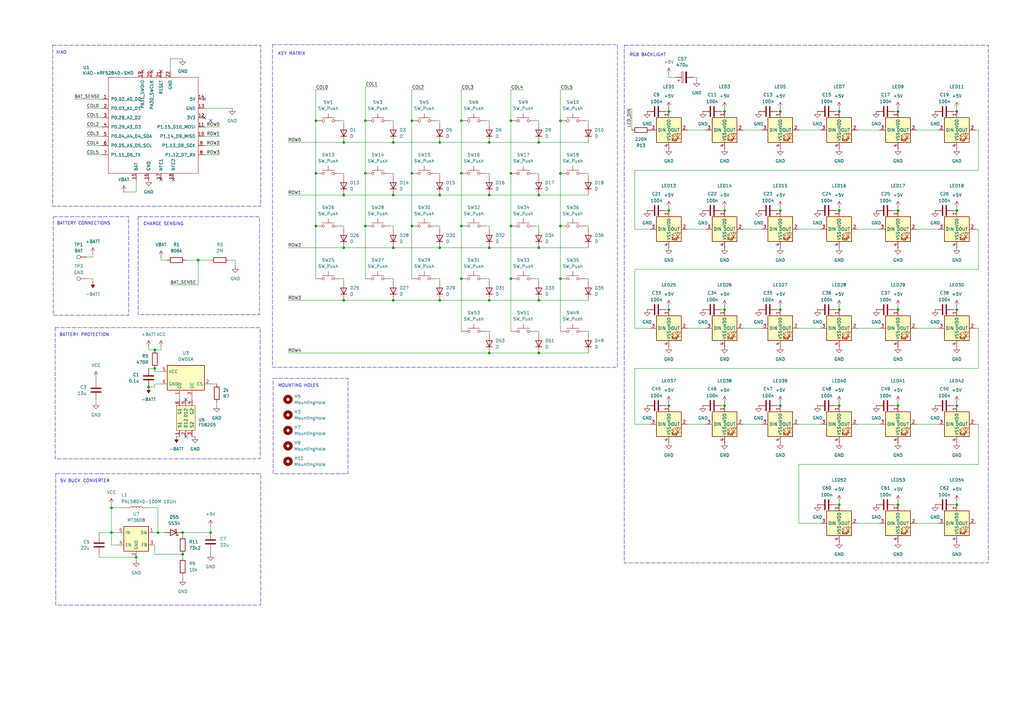
<source format=kicad_sch>
(kicad_sch (version 20250114) (generator "eeschema") (generator_version "9.0")
  (paper "A3")
  (rectangle (start 112.014 155.194) (end 142.748 194.31) (stroke (width 0) (type dash)))
  (rectangle (start 21.844 88.9) (end 52.832 129.286) (stroke (width 0) (type dash)))
  (rectangle (start 21.59 18.542) (end 106.934 84.582) (stroke (width 0) (type dash)))
  (rectangle (start 111.76 18.288) (end 253.238 150.622) (stroke (width 0) (type dash)))
  (rectangle (start 22.606 134.366) (end 106.68 188.214) (stroke (width 0) (type dash)))
  (rectangle (start 256.032 18.542) (end 405.384 230.886) (stroke (width 0) (type dash)))
  (rectangle (start 22.86 194.31) (end 106.934 248.158) (stroke (width 0) (type dash)))
  (rectangle (start 56.642 88.9) (end 106.426 129.032) (stroke (width 0) (type dash)))
  (text "XIAO" (at 25.146 21.59 0) (effects (font (size 1.27 1.27))))
  (text "CHARGE SENSING" (at 67.056 91.948 0) (effects (font (size 1.27 1.27))))
  (text "RGB BACKLIGHT" (at 265.684 22.606 0) (effects (font (size 1.27 1.27))))
  (text "KEY MATRIX\n" (at 119.634 22.098 0) (effects (font (size 1.27 1.27))))
  (text "MOUNTING HOLES" (at 122.428 158.242 0) (effects (font (size 1.27 1.27))))
  (text "BATTERY CONNECTIONS\n" (at 34.29 91.694 0) (effects (font (size 1.27 1.27))))
  (text "BATTERY PROTECTION\n" (at 34.544 137.414 0) (effects (font (size 1.27 1.27))))
  (text "5V BUCK CONVERTER" (at 34.798 197.358 0) (effects (font (size 1.27 1.27))))
  (junction (at 209.55 114.3))
  (junction (at 368.3 45.72))
  (junction (at 229.87 49.53))
  (junction (at 344.17 207.01))
  (junction (at 168.91 71.12))
  (junction (at 344.17 45.72))
  (junction (at 63.5 143.51))
  (junction (at 320.04 166.37))
  (junction (at 149.86 71.12))
  (junction (at 274.32 127))
  (junction (at 209.55 71.12))
  (junction (at 368.3 127))
  (junction (at 168.91 92.71))
  (junction (at 344.17 166.37))
  (junction (at 220.98 58.42))
  (junction (at 392.43 127))
  (junction (at 297.18 45.72))
  (junction (at 320.04 86.36))
  (junction (at 180.34 58.42))
  (junction (at 274.32 86.36))
  (junction (at 297.18 86.36))
  (junction (at 368.3 207.01))
  (junction (at 161.29 80.01))
  (junction (at 140.97 123.19))
  (junction (at 392.43 166.37))
  (junction (at 74.93 227.33))
  (junction (at 344.17 127))
  (junction (at 209.55 49.53))
  (junction (at 149.86 92.71))
  (junction (at 220.98 80.01))
  (junction (at 161.29 123.19))
  (junction (at 161.29 101.6))
  (junction (at 274.32 166.37))
  (junction (at 392.43 207.01))
  (junction (at 392.43 45.72))
  (junction (at 64.77 218.44))
  (junction (at 140.97 58.42))
  (junction (at 392.43 86.36))
  (junction (at 60.96 158.75))
  (junction (at 140.97 101.6))
  (junction (at 74.93 218.44))
  (junction (at 140.97 80.01))
  (junction (at 220.98 101.6))
  (junction (at 86.36 218.44))
  (junction (at 45.72 208.28))
  (junction (at 63.5 151.13))
  (junction (at 297.18 127))
  (junction (at 189.23 71.12))
  (junction (at 200.66 123.19))
  (junction (at 161.29 58.42))
  (junction (at 220.98 123.19))
  (junction (at 297.18 166.37))
  (junction (at 368.3 86.36))
  (junction (at 45.72 218.44))
  (junction (at 200.66 144.78))
  (junction (at 320.04 127))
  (junction (at 180.34 123.19))
  (junction (at 189.23 114.3))
  (junction (at 200.66 58.42))
  (junction (at 149.86 49.53))
  (junction (at 55.88 228.6))
  (junction (at 180.34 101.6))
  (junction (at 229.87 92.71))
  (junction (at 320.04 45.72))
  (junction (at 189.23 49.53))
  (junction (at 344.17 86.36))
  (junction (at 274.32 45.72))
  (junction (at 229.87 114.3))
  (junction (at 220.98 144.78))
  (junction (at 189.23 92.71))
  (junction (at 129.54 49.53))
  (junction (at 81.28 106.68))
  (junction (at 180.34 80.01))
  (junction (at 168.91 49.53))
  (junction (at 209.55 92.71))
  (junction (at 129.54 71.12))
  (junction (at 200.66 80.01))
  (junction (at 368.3 166.37))
  (junction (at 200.66 101.6))
  (junction (at 129.54 92.71))
  (junction (at 229.87 71.12))
  (no_connect (at 66.04 29.21))
  (no_connect (at 71.12 73.66))
  (no_connect (at 86.36 49.53))
  (no_connect (at 83.82 40.64))
  (no_connect (at 66.04 73.66))
  (no_connect (at 76.2 179.07))
  (no_connect (at 76.2 163.83))
  (no_connect (at 58.42 29.21))
  (no_connect (at 62.23 29.21))
  (no_connect (at 83.82 48.26))
  (wire (pts (xy 260.35 151.13) (xy 401.32 151.13)))
  (wire (pts (xy 273.05 86.36) (xy 274.32 86.36)))
  (wire (pts (xy 35.56 55.88) (xy 41.91 55.88)))
  (wire (pts (xy 297.18 165.1) (xy 297.18 166.37)))
  (wire (pts (xy 241.3 93.98) (xy 241.3 92.71)))
  (wire (pts (xy 168.91 114.3) (xy 168.91 92.71)))
  (wire (pts (xy 39.37 154.94) (xy 39.37 156.21)))
  (wire (pts (xy 60.96 158.75) (xy 63.5 158.75)))
  (wire (pts (xy 189.23 71.12) (xy 189.23 49.53)))
  (wire (pts (xy 266.7 173.99) (xy 260.35 173.99)))
  (wire (pts (xy 320.04 44.45) (xy 320.04 45.72)))
  (wire (pts (xy 161.29 115.57) (xy 161.29 114.3)))
  (wire (pts (xy 168.91 49.53) (xy 168.91 36.83)))
  (wire (pts (xy 189.23 49.53) (xy 189.23 36.83)))
  (wire (pts (xy 327.66 214.63) (xy 327.66 190.5)))
  (wire (pts (xy 55.88 228.6) (xy 40.64 228.6)))
  (wire (pts (xy 209.55 114.3) (xy 209.55 135.89)))
  (wire (pts (xy 342.9 86.36) (xy 344.17 86.36)))
  (wire (pts (xy 200.66 58.42) (xy 220.98 58.42)))
  (wire (pts (xy 118.11 101.6) (xy 140.97 101.6)))
  (wire (pts (xy 260.35 69.85) (xy 401.32 69.85)))
  (wire (pts (xy 401.32 151.13) (xy 401.32 134.62)))
  (wire (pts (xy 40.64 218.44) (xy 45.72 218.44)))
  (wire (pts (xy 96.52 106.68) (xy 93.98 106.68)))
  (wire (pts (xy 149.86 71.12) (xy 149.86 92.71)))
  (wire (pts (xy 149.86 35.56) (xy 154.94 35.56)))
  (wire (pts (xy 200.66 49.53) (xy 199.39 49.53)))
  (wire (pts (xy 229.87 36.83) (xy 234.95 36.83)))
  (wire (pts (xy 220.98 93.98) (xy 220.98 92.71)))
  (wire (pts (xy 375.92 173.99) (xy 384.81 173.99)))
  (wire (pts (xy 180.34 80.01) (xy 200.66 80.01)))
  (wire (pts (xy 38.1 114.3) (xy 35.56 114.3)))
  (wire (pts (xy 229.87 49.53) (xy 229.87 36.83)))
  (wire (pts (xy 200.66 80.01) (xy 220.98 80.01)))
  (wire (pts (xy 161.29 80.01) (xy 180.34 80.01)))
  (wire (pts (xy 140.97 123.19) (xy 161.29 123.19)))
  (wire (pts (xy 35.56 63.5) (xy 41.91 63.5)))
  (wire (pts (xy 220.98 72.39) (xy 220.98 71.12)))
  (wire (pts (xy 63.5 157.48) (xy 66.04 157.48)))
  (wire (pts (xy 273.05 127) (xy 274.32 127)))
  (wire (pts (xy 295.91 127) (xy 297.18 127)))
  (wire (pts (xy 391.16 86.36) (xy 392.43 86.36)))
  (wire (pts (xy 209.55 71.12) (xy 209.55 49.53)))
  (wire (pts (xy 327.66 134.62) (xy 336.55 134.62)))
  (wire (pts (xy 297.18 44.45) (xy 297.18 45.72)))
  (wire (pts (xy 59.69 208.28) (xy 64.77 208.28)))
  (wire (pts (xy 69.85 24.13) (xy 74.93 24.13)))
  (wire (pts (xy 401.32 93.98) (xy 400.05 93.98)))
  (wire (pts (xy 285.75 33.02) (xy 285.75 31.75)))
  (wire (pts (xy 295.91 45.72) (xy 297.18 45.72)))
  (wire (pts (xy 74.93 219.71) (xy 74.93 218.44)))
  (wire (pts (xy 342.9 166.37) (xy 344.17 166.37)))
  (wire (pts (xy 391.16 45.72) (xy 392.43 45.72)))
  (wire (pts (xy 391.16 207.01) (xy 392.43 207.01)))
  (wire (pts (xy 260.35 93.98) (xy 260.35 69.85)))
  (wire (pts (xy 229.87 71.12) (xy 229.87 49.53)))
  (wire (pts (xy 327.66 93.98) (xy 336.55 93.98)))
  (wire (pts (xy 368.3 85.09) (xy 368.3 86.36)))
  (wire (pts (xy 161.29 123.19) (xy 180.34 123.19)))
  (wire (pts (xy 200.66 137.16) (xy 200.66 135.89)))
  (wire (pts (xy 367.03 207.01) (xy 368.3 207.01)))
  (wire (pts (xy 90.17 63.5) (xy 83.82 63.5)))
  (wire (pts (xy 140.97 72.39) (xy 140.97 71.12)))
  (wire (pts (xy 39.37 163.83) (xy 39.37 165.1)))
  (wire (pts (xy 161.29 114.3) (xy 160.02 114.3)))
  (wire (pts (xy 149.86 92.71) (xy 149.86 114.3)))
  (wire (pts (xy 118.11 80.01) (xy 140.97 80.01)))
  (wire (pts (xy 200.66 93.98) (xy 200.66 92.71)))
  (wire (pts (xy 367.03 127) (xy 368.3 127)))
  (wire (pts (xy 38.1 104.14) (xy 38.1 105.41)))
  (wire (pts (xy 200.66 71.12) (xy 199.39 71.12)))
  (wire (pts (xy 281.94 173.99) (xy 289.56 173.99)))
  (wire (pts (xy 66.04 105.41) (xy 66.04 106.68)))
  (wire (pts (xy 86.36 226.06) (xy 86.36 227.33)))
  (wire (pts (xy 189.23 114.3) (xy 189.23 135.89)))
  (wire (pts (xy 241.3 137.16) (xy 241.3 135.89)))
  (wire (pts (xy 342.9 127) (xy 344.17 127)))
  (wire (pts (xy 180.34 50.8) (xy 180.34 49.53)))
  (wire (pts (xy 220.98 114.3) (xy 219.71 114.3)))
  (wire (pts (xy 274.32 44.45) (xy 274.32 45.72)))
  (wire (pts (xy 274.32 31.75) (xy 274.32 30.48)))
  (wire (pts (xy 64.77 218.44) (xy 67.31 218.44)))
  (wire (pts (xy 60.96 143.51) (xy 63.5 143.51)))
  (wire (pts (xy 63.5 227.33) (xy 63.5 223.52)))
  (wire (pts (xy 48.26 223.52) (xy 45.72 223.52)))
  (wire (pts (xy 200.66 101.6) (xy 220.98 101.6)))
  (wire (pts (xy 281.94 93.98) (xy 289.56 93.98)))
  (wire (pts (xy 229.87 114.3) (xy 229.87 135.89)))
  (wire (pts (xy 86.36 215.9) (xy 86.36 218.44)))
  (wire (pts (xy 161.29 72.39) (xy 161.29 71.12)))
  (wire (pts (xy 241.3 49.53) (xy 240.03 49.53)))
  (wire (pts (xy 63.5 143.51) (xy 66.04 143.51)))
  (wire (pts (xy 45.72 208.28) (xy 52.07 208.28)))
  (wire (pts (xy 295.91 86.36) (xy 297.18 86.36)))
  (wire (pts (xy 161.29 92.71) (xy 160.02 92.71)))
  (wire (pts (xy 375.92 93.98) (xy 384.81 93.98)))
  (wire (pts (xy 375.92 214.63) (xy 384.81 214.63)))
  (wire (pts (xy 50.8 78.74) (xy 55.88 78.74)))
  (wire (pts (xy 342.9 45.72) (xy 344.17 45.72)))
  (wire (pts (xy 129.54 114.3) (xy 129.54 92.71)))
  (wire (pts (xy 391.16 127) (xy 392.43 127)))
  (wire (pts (xy 180.34 101.6) (xy 200.66 101.6)))
  (wire (pts (xy 344.17 205.74) (xy 344.17 207.01)))
  (wire (pts (xy 367.03 166.37) (xy 368.3 166.37)))
  (wire (pts (xy 200.66 92.71) (xy 199.39 92.71)))
  (wire (pts (xy 351.79 93.98) (xy 360.68 93.98)))
  (wire (pts (xy 129.54 49.53) (xy 129.54 36.83)))
  (wire (pts (xy 220.98 71.12) (xy 219.71 71.12)))
  (wire (pts (xy 161.29 49.53) (xy 160.02 49.53)))
  (wire (pts (xy 86.36 218.44) (xy 74.93 218.44)))
  (wire (pts (xy 129.54 92.71) (xy 129.54 71.12)))
  (wire (pts (xy 118.11 58.42) (xy 140.97 58.42)))
  (wire (pts (xy 367.03 86.36) (xy 368.3 86.36)))
  (wire (pts (xy 241.3 50.8) (xy 241.3 49.53)))
  (wire (pts (xy 88.9 165.1) (xy 88.9 166.37)))
  (wire (pts (xy 76.2 106.68) (xy 81.28 106.68)))
  (wire (pts (xy 220.98 135.89) (xy 220.98 137.16)))
  (wire (pts (xy 140.97 114.3) (xy 139.7 114.3)))
  (wire (pts (xy 281.94 53.34) (xy 289.56 53.34)))
  (wire (pts (xy 229.87 114.3) (xy 229.87 92.71)))
  (wire (pts (xy 344.17 125.73) (xy 344.17 127)))
  (wire (pts (xy 118.11 123.19) (xy 140.97 123.19)))
  (wire (pts (xy 320.04 85.09) (xy 320.04 86.36)))
  (wire (pts (xy 259.08 44.45) (xy 259.08 53.34)))
  (wire (pts (xy 401.32 69.85) (xy 401.32 53.34)))
  (wire (pts (xy 344.17 85.09) (xy 344.17 86.36)))
  (wire (pts (xy 180.34 71.12) (xy 179.07 71.12)))
  (wire (pts (xy 38.1 105.41) (xy 35.56 105.41)))
  (wire (pts (xy 81.28 116.84) (xy 81.28 106.68)))
  (wire (pts (xy 401.32 110.49) (xy 401.32 93.98)))
  (wire (pts (xy 392.43 44.45) (xy 392.43 45.72)))
  (wire (pts (xy 260.35 173.99) (xy 260.35 151.13)))
  (wire (pts (xy 69.85 116.84) (xy 81.28 116.84)))
  (wire (pts (xy 241.3 92.71) (xy 240.03 92.71)))
  (wire (pts (xy 351.79 134.62) (xy 360.68 134.62)))
  (wire (pts (xy 180.34 92.71) (xy 179.07 92.71)))
  (wire (pts (xy 60.96 142.24) (xy 60.96 143.51)))
  (wire (pts (xy 368.3 125.73) (xy 368.3 127)))
  (wire (pts (xy 304.8 173.99) (xy 312.42 173.99)))
  (wire (pts (xy 342.9 207.01) (xy 344.17 207.01)))
  (wire (pts (xy 285.75 31.75) (xy 284.48 31.75)))
  (wire (pts (xy 81.28 106.68) (xy 86.36 106.68)))
  (wire (pts (xy 180.34 93.98) (xy 180.34 92.71)))
  (wire (pts (xy 200.66 114.3) (xy 199.39 114.3)))
  (wire (pts (xy 168.91 92.71) (xy 168.91 71.12)))
  (wire (pts (xy 69.85 29.21) (xy 69.85 24.13)))
  (wire (pts (xy 318.77 127) (xy 320.04 127)))
  (wire (pts (xy 241.3 72.39) (xy 241.3 71.12)))
  (wire (pts (xy 209.55 92.71) (xy 209.55 114.3)))
  (wire (pts (xy 392.43 85.09) (xy 392.43 86.36)))
  (wire (pts (xy 200.66 123.19) (xy 220.98 123.19)))
  (wire (pts (xy 368.3 44.45) (xy 368.3 45.72)))
  (wire (pts (xy 35.56 52.07) (xy 41.91 52.07)))
  (wire (pts (xy 140.97 93.98) (xy 140.97 92.71)))
  (wire (pts (xy 392.43 125.73) (xy 392.43 127)))
  (wire (pts (xy 149.86 49.53) (xy 149.86 71.12)))
  (wire (pts (xy 180.34 123.19) (xy 200.66 123.19)))
  (wire (pts (xy 266.7 134.62) (xy 260.35 134.62)))
  (wire (pts (xy 180.34 58.42) (xy 200.66 58.42)))
  (wire (pts (xy 304.8 53.34) (xy 312.42 53.34)))
  (wire (pts (xy 35.56 48.26) (xy 41.91 48.26)))
  (wire (pts (xy 241.3 71.12) (xy 240.03 71.12)))
  (wire (pts (xy 45.72 218.44) (xy 45.72 208.28)))
  (wire (pts (xy 220.98 58.42) (xy 241.3 58.42)))
  (wire (pts (xy 200.66 72.39) (xy 200.66 71.12)))
  (wire (pts (xy 63.5 218.44) (xy 64.77 218.44)))
  (wire (pts (xy 90.17 52.07) (xy 83.82 52.07)))
  (wire (pts (xy 200.66 115.57) (xy 200.66 114.3)))
  (wire (pts (xy 392.43 165.1) (xy 392.43 166.37)))
  (wire (pts (xy 260.35 110.49) (xy 401.32 110.49)))
  (wire (pts (xy 35.56 59.69) (xy 41.91 59.69)))
  (wire (pts (xy 209.55 92.71) (xy 209.55 71.12)))
  (wire (pts (xy 220.98 80.01) (xy 241.3 80.01)))
  (wire (pts (xy 241.3 115.57) (xy 241.3 114.3)))
  (wire (pts (xy 304.8 134.62) (xy 312.42 134.62)))
  (wire (pts (xy 344.17 44.45) (xy 344.17 45.72)))
  (wire (pts (xy 320.04 165.1) (xy 320.04 166.37)))
  (wire (pts (xy 45.72 207.01) (xy 45.72 208.28)))
  (wire (pts (xy 40.64 218.44) (xy 40.64 219.71)))
  (wire (pts (xy 344.17 165.1) (xy 344.17 166.37)))
  (wire (pts (xy 189.23 92.71) (xy 189.23 114.3)))
  (wire (pts (xy 274.32 125.73) (xy 274.32 127)))
  (wire (pts (xy 220.98 49.53) (xy 219.71 49.53)))
  (wire (pts (xy 200.66 50.8) (xy 200.66 49.53)))
  (wire (pts (xy 260.35 134.62) (xy 260.35 110.49)))
  (wire (pts (xy 327.66 53.34) (xy 336.55 53.34)))
  (wire (pts (xy 273.05 45.72) (xy 274.32 45.72)))
  (wire (pts (xy 30.48 40.64) (xy 41.91 40.64)))
  (wire (pts (xy 96.52 109.22) (xy 96.52 106.68)))
  (wire (pts (xy 241.3 135.89) (xy 240.03 135.89)))
  (wire (pts (xy 219.71 135.89) (xy 220.98 135.89)))
  (wire (pts (xy 318.77 86.36) (xy 320.04 86.36)))
  (wire (pts (xy 118.11 144.78) (xy 200.66 144.78)))
  (wire (pts (xy 295.91 166.37) (xy 297.18 166.37)))
  (wire (pts (xy 66.04 106.68) (xy 68.58 106.68)))
  (wire (pts (xy 140.97 50.8) (xy 140.97 49.53)))
  (wire (pts (xy 63.5 151.13) (xy 63.5 152.4)))
  (wire (pts (xy 55.88 78.74) (xy 55.88 73.66)))
  (wire (pts (xy 60.96 151.13) (xy 63.5 151.13)))
  (wire (pts (xy 140.97 49.53) (xy 139.7 49.53)))
  (wire (pts (xy 161.29 93.98) (xy 161.29 92.71)))
  (wire (pts (xy 90.17 55.88) (xy 83.82 55.88)))
  (wire (pts (xy 95.25 44.45) (xy 83.82 44.45)))
  (wire (pts (xy 220.98 123.19) (xy 241.3 123.19)))
  (wire (pts (xy 73.66 162.56) (xy 73.66 163.83)))
  (wire (pts (xy 368.3 165.1) (xy 368.3 166.37)))
  (wire (pts (xy 200.66 135.89) (xy 199.39 135.89)))
  (wire (pts (xy 375.92 53.34) (xy 384.81 53.34)))
  (wire (pts (xy 66.04 143.51) (xy 66.04 142.24)))
  (wire (pts (xy 276.86 31.75) (xy 274.32 31.75)))
  (wire (pts (xy 64.77 208.28) (xy 64.77 218.44)))
  (wire (pts (xy 297.18 85.09) (xy 297.18 86.36)))
  (wire (pts (xy 368.3 205.74) (xy 368.3 207.01)))
  (wire (pts (xy 367.03 45.72) (xy 368.3 45.72)))
  (wire (pts (xy 241.3 114.3) (xy 240.03 114.3)))
  (wire (pts (xy 275.59 45.72) (xy 274.32 45.72)))
  (wire (pts (xy 327.66 173.99) (xy 336.55 173.99)))
  (wire (pts (xy 392.43 205.74) (xy 392.43 207.01)))
  (wire (pts (xy 140.97 71.12) (xy 139.7 71.12)))
  (wire (pts (xy 273.05 166.37) (xy 274.32 166.37)))
  (wire (pts (xy 78.74 179.07) (xy 80.01 179.07)))
  (wire (pts (xy 74.93 228.6) (xy 74.93 227.33)))
  (wire (pts (xy 318.77 45.72) (xy 320.04 45.72)))
  (wire (pts (xy 351.79 173.99) (xy 360.68 173.99)))
  (wire (pts (xy 220.98 101.6) (xy 241.3 101.6)))
  (wire (pts (xy 281.94 134.62) (xy 289.56 134.62)))
  (wire (pts (xy 140.97 101.6) (xy 161.29 101.6)))
  (wire (pts (xy 140.97 80.01) (xy 161.29 80.01)))
  (wire (pts (xy 274.32 85.09) (xy 274.32 86.36)))
  (wire (pts (xy 351.79 53.34) (xy 360.68 53.34)))
  (wire (pts (xy 220.98 92.71) (xy 219.71 92.71)))
  (wire (pts (xy 391.16 166.37) (xy 392.43 166.37)))
  (wire (pts (xy 129.54 71.12) (xy 129.54 49.53)))
  (wire (pts (xy 318.77 166.37) (xy 320.04 166.37)))
  (wire (pts (xy 327.66 190.5) (xy 401.32 190.5)))
  (wire (pts (xy 161.29 50.8) (xy 161.29 49.53)))
  (wire (pts (xy 161.29 101.6) (xy 180.34 101.6)))
  (wire (pts (xy 180.34 114.3) (xy 179.07 114.3)))
  (wire (pts (xy 229.87 92.71) (xy 229.87 71.12)))
  (wire (pts (xy 86.36 157.48) (xy 88.9 157.48)))
  (wire (pts (xy 63.5 152.4) (xy 66.04 152.4)))
  (wire (pts (xy 220.98 50.8) (xy 220.98 49.53)))
  (wire (pts (xy 189.23 92.71) (xy 189.23 71.12)))
  (wire (pts (xy 180.34 72.39) (xy 180.34 71.12)))
  (wire (pts (xy 63.5 158.75) (xy 63.5 157.48)))
  (wire (pts (xy 55.88 228.6) (xy 55.88 229.87)))
  (wire (pts (xy 401.32 173.99) (xy 400.05 173.99)))
  (wire (pts (xy 266.7 93.98) (xy 260.35 93.98)))
  (wire (pts (xy 168.91 71.12) (xy 168.91 49.53)))
  (wire (pts (xy 45.72 218.44) (xy 45.72 223.52)))
  (wire (pts (xy 220.98 115.57) (xy 220.98 114.3)))
  (wire (pts (xy 180.34 115.57) (xy 180.34 114.3)))
  (wire (pts (xy 401.32 53.34) (xy 400.05 53.34)))
  (wire (pts (xy 140.97 115.57) (xy 140.97 114.3)))
  (wire (pts (xy 351.79 214.63) (xy 360.68 214.63)))
  (wire (pts (xy 90.17 59.69) (xy 83.82 59.69)))
  (wire (pts (xy 327.66 214.63) (xy 336.55 214.63)))
  (wire (pts (xy 161.29 71.12) (xy 160.02 71.12)))
  (wire (pts (xy 189.23 36.83) (xy 194.31 36.83)))
  (wire (pts (xy 274.32 165.1) (xy 274.32 166.37)))
  (wire (pts (xy 209.55 49.53) (xy 209.55 36.83)))
  (wire (pts (xy 209.55 36.83) (xy 214.63 36.83)))
  (wire (pts (xy 297.18 125.73) (xy 297.18 127)))
  (wire (pts (xy 35.56 44.45) (xy 41.91 44.45)))
  (wire (pts (xy 375.92 134.62) (xy 384.81 134.62)))
  (wire (pts (xy 140.97 92.71) (xy 139.7 92.71)))
  (wire (pts (xy 40.64 228.6) (xy 40.64 227.33)))
  (wire (pts (xy 401.32 190.5) (xy 401.32 173.99)))
  (wire (pts (xy 74.93 236.22) (xy 74.93 237.49)))
  (wire (pts (xy 161.29 58.42) (xy 180.34 58.42)))
  (wire (pts (xy 168.91 36.83) (xy 173.99 36.83)))
  (wire (pts (xy 38.1 115.57) (xy 38.1 114.3)))
  (wire (pts (xy 401.32 134.62) (xy 400.05 134.62)))
  (wire (pts (xy 74.93 227.33) (xy 63.5 227.33)))
  (wire (pts (xy 320.04 125.73) (xy 320.04 127)))
  (wire (pts (xy 45.72 218.44) (xy 48.26 218.44)))
  (wire (pts (xy 129.54 36.83) (xy 134.62 36.83)))
  (wire (pts (xy 200.66 144.78) (xy 220.98 144.78)))
  (wire (pts (xy 72.39 179.07) (xy 73.66 179.07)))
  (wire (pts (xy 220.98 144.78) (xy 241.3 144.78)))
  (wire (pts (xy 78.74 162.56) (xy 78.74 163.83)))
  (wire (pts (xy 180.34 49.53) (xy 179.07 49.53)))
  (wire (pts (xy 149.86 35.56) (xy 149.86 49.53)))
  (wire (pts (xy 140.97 58.42) (xy 161.29 58.42)))
  (wire (pts (xy 304.8 93.98) (xy 312.42 93.98)))
  (label "COL4" (at 214.63 36.83 180))
  (label "COL5" (at 234.95 36.83 180))
  (label "ROW2" (at 90.17 59.69 180))
  (label "COL2" (at 173.99 36.83 180))
  (label "BAT_SENSE" (at 69.85 116.84 0))
  (label "COL5" (at 35.56 63.5 0))
  (label "ROW1" (at 90.17 55.88 180))
  (label "COL1" (at 154.94 35.56 180))
  (label "COL4" (at 35.56 59.69 0))
  (label "ROW1" (at 118.11 80.01 0))
  (label "COL1" (at 35.56 48.26 0))
  (label "ROW4" (at 118.11 144.78 0))
  (label "ROW3" (at 90.17 63.5 180))
  (label "BAT_SENSE" (at 30.48 40.64 0))
  (label "ROW0" (at 90.17 52.07 180))
  (label "COL0" (at 134.62 36.83 180))
  (label "ROW3" (at 118.11 123.19 0))
  (label "ROW0" (at 118.11 58.42 0))
  (label "COL3" (at 35.56 55.88 0))
  (label "COL3" (at 194.31 36.83 180))
  (label "LED_DIN" (at 259.08 44.45 270))
  (label "ROW2" (at 118.11 101.6 0))
  (label "COL0" (at 35.56 44.45 0))
  (label "COL2" (at 35.56 52.07 0))
  (symbol (lib_id "PCM_marbastlib-choc:choc_SK6812MINI-E") (at 297.18 173.99 0) (unit 1)
    (property "Reference" "LED38" (at 297.18 156.21 0))
    (property "Value" "choc_SK6812MINI-E" (effects (hide yes)))
    (property "Footprint" "PCM_marbastlib-choc:LED_choc_6028R" (effects (hide yes)))
    (property "Description" "Reverse mount adressable LED (WS2812 protocol)" (effects (hide yes)))
    (instances (project "Split Keyboard" (path "" (reference "LED38") (unit 1)) (path "" (reference "LED44") (unit 1))))
  )
  (symbol (lib_id "Device:C") (at 60.96 154.94 0) (unit 1)
    (property "Reference" "C1" (at 57.15 153.6699 0) (effects (justify right)))
    (property "Value" "0.1u" (at 57.15 156.2099 0) (effects (justify right)))
    (property "Description" "Unpolarized capacitor" (effects (hide yes)))
    (instances (project "" (path "" (reference "C1") (unit 1)) (path "" (reference "C2") (unit 1))))
  )
  (symbol (lib_id "power:+5V") (at 368.3 85.09 0) (unit 1)
    (property "Reference" "#PWR092" (effects (hide yes)))
    (property "Value" "+5V" (at 368.3 80.01 0))
    (property "Description" "Power symbol creates a global label with name \"+5V\"" (effects (hide yes)))
    (instances (project "Split Keyboard" (path "" (reference "#PWR092") (unit 1)) (path "" (reference "#PWR0110") (unit 1))))
  )
  (symbol (lib_id "Device:R") (at 262.89 53.34 90) (mirror x) (unit 1)
    (property "Reference" "R13" (at 262.89 59.69 90))
    (property "Value" "220R" (at 262.89 57.15 90))
    (property "Description" "Resistor" (effects (hide yes)))
    (instances (project "" (path "" (reference "R13") (unit 1)) (path "" (reference "R14") (unit 1))))
  )
  (symbol (lib_id "PCM_marbastlib-choc:choc_SK6812MINI-E") (at 368.3 53.34 0) (unit 1)
    (property "Reference" "LED9" (at 368.3 35.56 0))
    (property "Value" "choc_SK6812MINI-E" (effects (hide yes)))
    (property "Footprint" "PCM_marbastlib-choc:LED_choc_6028R" (effects (hide yes)))
    (property "Description" "Reverse mount adressable LED (WS2812 protocol)" (effects (hide yes)))
    (instances (project "Split Keyboard" (path "" (reference "LED9") (unit 1)) (path "" (reference "LED10") (unit 1))))
  )
  (symbol (lib_id "power:GND") (at 335.28 45.72 0) (unit 1)
    (property "Reference" "#PWR061" (effects (hide yes)))
    (property "Value" "GND" (at 335.28 50.8 0))
    (property "Description" "Power symbol creates a global label with name \"GND\" , ground" (effects (hide yes)))
    (instances (project "Split Keyboard" (path "" (reference "#PWR061") (unit 1)) (path "" (reference "#PWR064") (unit 1))))
  )
  (symbol (lib_id "power:GND") (at 265.43 86.36 0) (unit 1)
    (property "Reference" "#PWR079" (effects (hide yes)))
    (property "Value" "GND" (at 265.43 91.44 0))
    (property "Description" "Power symbol creates a global label with name \"GND\" , ground" (effects (hide yes)))
    (instances (project "Split Keyboard" (path "" (reference "#PWR079") (unit 1)) (path "" (reference "#PWR097") (unit 1))))
  )
  (symbol (lib_id "power:GND") (at 344.17 60.96 0) (unit 1)
    (property "Reference" "#PWR063" (effects (hide yes)))
    (property "Value" "GND" (at 344.17 66.04 0))
    (property "Description" "Power symbol creates a global label with name \"GND\" , ground" (effects (hide yes)))
    (instances (project "Split Keyboard" (path "" (reference "#PWR063") (unit 1)) (path "" (reference "#PWR066") (unit 1))))
  )
  (symbol (lib_id "Regulator_Switching:MT3608") (at 55.88 220.98 0) (unit 1)
    (property "Reference" "U7" (at 55.88 210.82 0))
    (property "Value" "MT3608" (at 55.88 213.36 0))
    (property "Footprint" "Package_TO_SOT_SMD:SOT-23-6" (effects (hide yes)))
    (property "Datasheet" "https://www.olimex.com/Products/Breadboarding/BB-PWR-3608/resources/MT3608.pdf" (effects (hide yes)))
    (property "Description" "High Efficiency 1.2MHz 2A Step Up Converter, 2-24V Vin, 28V Vout, 4A current limit, 1.2MHz, SOT23-6" (effects (hide yes)))
    (instances (project "" (path "" (reference "U7") (unit 1)) (path "" (reference "U8") (unit 1))))
  )
  (symbol (lib_id "power:+5V") (at 274.32 85.09 0) (unit 1)
    (property "Reference" "#PWR080" (effects (hide yes)))
    (property "Value" "+5V" (at 274.32 80.01 0))
    (property "Description" "Power symbol creates a global label with name \"+5V\"" (effects (hide yes)))
    (instances (project "Split Keyboard" (path "" (reference "#PWR080") (unit 1)) (path "" (reference "#PWR098") (unit 1))))
  )
  (symbol (lib_id "power:-BATT") (at 60.96 158.75 180) (unit 1)
    (property "Reference" "#PWR018" (effects (hide yes)))
    (property "Value" "-BATT" (at 60.96 163.83 0))
    (property "Description" "Power symbol creates a global label with name \"-BATT\"" (effects (hide yes)))
    (instances (project "Split Keyboard" (path "" (reference "#PWR018") (unit 1)) (path "" (reference "#PWR020") (unit 1))))
  )
  (symbol (lib_id "Device:R") (at 74.93 232.41 0) (unit 1)
    (property "Reference" "R9" (at 77.47 231.1399 0) (effects (justify left)))
    (property "Value" "10k" (at 77.47 233.6799 0) (effects (justify left)))
    (property "Description" "Resistor" (effects (hide yes)))
    (instances (project "" (path "" (reference "R9") (unit 1)) (path "" (reference "R10") (unit 1))))
  )
  (symbol (lib_id "Device:C") (at 363.22 86.36 90) (unit 1)
    (property "Reference" "C25" (at 363.22 79.502 90))
    (property "Value" "100n" (at 363.22 82.296 90))
    (property "Description" "Unpolarized capacitor" (effects (hide yes)))
    (instances (project "Split Keyboard" (path "" (reference "C25") (unit 1)) (path "" (reference "C31") (unit 1))))
  )
  (symbol (lib_id "power:+5V") (at 274.32 125.73 0) (unit 1)
    (property "Reference" "#PWR0116" (effects (hide yes)))
    (property "Value" "+5V" (at 274.32 120.65 0))
    (property "Description" "Power symbol creates a global label with name \"+5V\"" (effects (hide yes)))
    (instances (project "Split Keyboard" (path "" (reference "#PWR0116") (unit 1)) (path "" (reference "#PWR0134") (unit 1))))
  )
  (symbol (lib_id "PCM_marbastlib-choc:choc_SK6812MINI-E") (at 368.3 134.62 0) (unit 1)
    (property "Reference" "LED29" (at 368.3 116.84 0))
    (property "Value" "choc_SK6812MINI-E" (effects (hide yes)))
    (property "Footprint" "PCM_marbastlib-choc:LED_choc_6028R" (effects (hide yes)))
    (property "Description" "Reverse mount adressable LED (WS2812 protocol)" (effects (hide yes)))
    (instances (project "Split Keyboard" (path "" (reference "LED29") (unit 1)) (path "" (reference "LED35") (unit 1))))
  )
  (symbol (lib_id "Device:C") (at 314.96 166.37 90) (unit 1)
    (property "Reference" "C47" (at 314.96 159.512 90))
    (property "Value" "100n" (at 314.96 162.306 90))
    (property "Description" "Unpolarized capacitor" (effects (hide yes)))
    (instances (project "Split Keyboard" (path "" (reference "C47") (unit 1)) (path "" (reference "C53") (unit 1))))
  )
  (symbol (lib_id "Switch:SW_Push") (at 173.99 49.53 0) (unit 1)
    (property "Reference" "SW5" (at 173.99 41.91 0))
    (property "Value" "SW_Push" (at 173.99 44.45 0))
    (property "Footprint" "PCM_marbastlib-choc:SW_choc_v1_HS_CPG135001S30_1u" (effects (hide yes)))
    (property "Description" "Push button switch, generic, two pins" (effects (hide yes)))
    (instances (project "Split Keyboard" (path "" (reference "SW5") (unit 1)) (path "" (reference "SW7") (unit 1))))
  )
  (symbol (lib_id "power:GND") (at 285.75 33.02 0) (unit 1)
    (property "Reference" "#PWR0187" (effects (hide yes)))
    (property "Value" "GND" (at 285.75 38.1 0))
    (property "Description" "Power symbol creates a global label with name \"GND\" , ground" (effects (hide yes)))
    (instances (project "Split Keyboard" (path "" (reference "#PWR0187") (unit 1)) (path "" (reference "#PWR0188") (unit 1))))
  )
  (symbol (lib_id "PCM_marbastlib-choc:choc_SK6812MINI-E") (at 368.3 214.63 0) (unit 1)
    (property "Reference" "LED53" (at 368.3 196.85 0))
    (property "Value" "choc_SK6812MINI-E" (effects (hide yes)))
    (property "Footprint" "PCM_marbastlib-choc:LED_choc_6028R" (effects (hide yes)))
    (property "Description" "Reverse mount adressable LED (WS2812 protocol)" (effects (hide yes)))
    (instances (project "Split Keyboard" (path "" (reference "LED53") (unit 1)) (path "" (reference "LED59") (unit 1))))
  )
  (symbol (lib_id "Device:C") (at 314.96 127 90) (unit 1)
    (property "Reference" "C35" (at 314.96 120.142 90))
    (property "Value" "100n" (at 314.96 122.936 90))
    (property "Description" "Unpolarized capacitor" (effects (hide yes)))
    (instances (project "Split Keyboard" (path "" (reference "C35") (unit 1)) (path "" (reference "C41") (unit 1))))
  )
  (symbol (lib_id "power:+5V") (at 344.17 85.09 0) (unit 1)
    (property "Reference" "#PWR089" (effects (hide yes)))
    (property "Value" "+5V" (at 344.17 80.01 0))
    (property "Description" "Power symbol creates a global label with name \"+5V\"" (effects (hide yes)))
    (instances (project "Split Keyboard" (path "" (reference "#PWR089") (unit 1)) (path "" (reference "#PWR0107") (unit 1))))
  )
  (symbol (lib_id "PCM_marbastlib-choc:choc_SK6812MINI-E") (at 344.17 53.34 0) (unit 1)
    (property "Reference" "LED7" (at 344.17 35.56 0))
    (property "Value" "choc_SK6812MINI-E" (effects (hide yes)))
    (property "Footprint" "PCM_marbastlib-choc:LED_choc_6028R" (effects (hide yes)))
    (property "Description" "Reverse mount adressable LED (WS2812 protocol)" (effects (hide yes)))
    (instances (project "Split Keyboard" (path "" (reference "LED7") (unit 1)) (path "" (reference "LED8") (unit 1))))
  )
  (symbol (lib_id "Device:D") (at 180.34 119.38 90) (unit 1)
    (property "Reference" "D29" (at 182.88 118.1099 90) (effects (justify right)))
    (property "Value" "D" (at 182.88 120.6499 90) (effects (justify right)))
    (property "Footprint" "Diode_SMD:D_SOD-123" (effects (hide yes)))
    (property "Description" "Diode" (effects (hide yes)))
    (property "Sim.Device" "D" (effects (hide yes)))
    (property "Sim.Pins" "1=K 2=A" (effects (hide yes)))
    (instances (project "Split Keyboard" (path "" (reference "D29") (unit 1)) (path "" (reference "D41") (unit 1))))
  )
  (symbol (lib_id "power:GND") (at 392.43 142.24 0) (unit 1)
    (property "Reference" "#PWR0132" (effects (hide yes)))
    (property "Value" "GND" (at 392.43 147.32 0))
    (property "Description" "Power symbol creates a global label with name \"GND\" , ground" (effects (hide yes)))
    (instances (project "Split Keyboard" (path "" (reference "#PWR0132") (unit 1)) (path "" (reference "#PWR0150") (unit 1))))
  )
  (symbol (lib_id "power:GND") (at 86.36 227.33 0) (unit 1)
    (property "Reference" "#PWR039" (effects (hide yes)))
    (property "Value" "GND" (at 86.36 232.41 0))
    (property "Description" "Power symbol creates a global label with name \"GND\" , ground" (effects (hide yes)))
    (instances (project "Split Keyboard" (path "" (reference "#PWR039") (unit 1)) (path "" (reference "#PWR040") (unit 1))))
  )
  (symbol (lib_id "PCM_marbastlib-choc:choc_SK6812MINI-E") (at 344.17 214.63 0) (unit 1)
    (property "Reference" "LED52" (at 344.17 196.85 0))
    (property "Value" "choc_SK6812MINI-E" (effects (hide yes)))
    (property "Footprint" "PCM_marbastlib-choc:LED_choc_6028R" (effects (hide yes)))
    (property "Description" "Reverse mount adressable LED (WS2812 protocol)" (effects (hide yes)))
    (instances (project "Split Keyboard" (path "" (reference "LED52") (unit 1)) (path "" (reference "LED58") (unit 1))))
  )
  (symbol (lib_id "Seeed_Studio_XIAO_Series:XIAO-nRF52840-SMD") (at 63.5 52.07 0) (unit 1)
    (property "Reference" "U1" (at 34.036 27.686 0) (effects (justify left)))
    (property "Value" "XIAO-nRF52840-SMD" (at 33.782 29.972 0) (effects (justify left)))
    (property "Footprint" "pcb:modified-XIAO-nRF52840-SMD" (effects (hide yes)))
    (instances (project "" (path "" (reference "U1") (unit 1)) (path "" (reference "U2") (unit 1))))
  )
  (symbol (lib_id "power:VCC") (at 45.72 207.01 0) (unit 1)
    (property "Reference" "#PWR035" (effects (hide yes)))
    (property "Value" "VCC" (at 45.72 201.93 0))
    (property "Description" "Power symbol creates a global label with name \"VCC\"" (effects (hide yes)))
    (instances (project "Split Keyboard" (path "" (reference "#PWR035") (unit 1)) (path "" (reference "#PWR036") (unit 1))))
  )
  (symbol (lib_id "power:VCC") (at 39.37 154.94 0) (unit 1)
    (property "Reference" "#PWR031" (effects (hide yes)))
    (property "Value" "VCC" (at 39.37 149.86 0))
    (property "Description" "Power symbol creates a global label with name \"VCC\"" (effects (hide yes)))
    (instances (project "Split Keyboard" (path "" (reference "#PWR031") (unit 1)) (path "" (reference "#PWR032") (unit 1))))
  )
  (symbol (lib_id "Switch:SW_Push") (at 194.31 71.12 0) (unit 1)
    (property "Reference" "SW16" (at 194.31 63.5 0))
    (property "Value" "SW_Push" (at 194.31 66.04 0))
    (property "Footprint" "PCM_marbastlib-choc:SW_choc_v1_HS_CPG135001S30_1u" (effects (hide yes)))
    (property "Description" "Push button switch, generic, two pins" (effects (hide yes)))
    (instances (project "Split Keyboard" (path "" (reference "SW16") (unit 1)) (path "" (reference "SW22") (unit 1))))
  )
  (symbol (lib_id "Device:C") (at 363.22 166.37 90) (unit 1)
    (property "Reference" "C49" (at 363.22 159.512 90))
    (property "Value" "100n" (at 363.22 162.306 90))
    (property "Description" "Unpolarized capacitor" (effects (hide yes)))
    (instances (project "Split Keyboard" (path "" (reference "C49") (unit 1)) (path "" (reference "C55") (unit 1))))
  )
  (symbol (lib_id "PCM_marbastlib-choc:choc_SK6812MINI-E") (at 274.32 93.98 0) (unit 1)
    (property "Reference" "LED13" (at 274.32 76.2 0))
    (property "Value" "choc_SK6812MINI-E" (effects (hide yes)))
    (property "Footprint" "PCM_marbastlib-choc:LED_choc_6028R" (effects (hide yes)))
    (property "Description" "Reverse mount adressable LED (WS2812 protocol)" (effects (hide yes)))
    (instances (project "Split Keyboard" (path "" (reference "LED13") (unit 1)) (path "" (reference "LED19") (unit 1))))
  )
  (symbol (lib_id "Device:C") (at 339.09 207.01 90) (unit 1)
    (property "Reference" "C60" (at 339.09 200.152 90))
    (property "Value" "100n" (at 339.09 202.946 90))
    (property "Description" "Unpolarized capacitor" (effects (hide yes)))
    (instances (project "Split Keyboard" (path "" (reference "C60") (unit 1)) (path "" (reference "C66") (unit 1))))
  )
  (symbol (lib_id "Switch:SW_Push") (at 234.95 135.89 0) (unit 1)
    (property "Reference" "SW49" (at 234.95 128.27 0))
    (property "Value" "SW_Push" (at 234.95 130.81 0))
    (property "Footprint" "marbastlib-choc:SW_choc_v1_HS_CPG135001S30_1.75u" (effects (hide yes)))
    (property "Description" "Push button switch, generic, two pins" (effects (hide yes)))
    (instances (project "Split Keyboard" (path "" (reference "SW49") (unit 1)) (path "" (reference "SW50") (unit 1))))
  )
  (symbol (lib_id "power:-BATT") (at 72.39 179.07 180) (unit 1)
    (property "Reference" "#PWR021" (effects (hide yes)))
    (property "Value" "-BATT" (at 72.39 184.15 0))
    (property "Description" "Power symbol creates a global label with name \"-BATT\"" (effects (hide yes)))
    (instances (project "Split Keyboard" (path "" (reference "#PWR021") (unit 1)) (path "" (reference "#PWR022") (unit 1))))
  )
  (symbol (lib_id "Device:C") (at 269.24 45.72 90) (unit 1)
    (property "Reference" "C9" (at 269.24 38.862 90))
    (property "Value" "100n" (at 269.24 41.656 90))
    (property "Description" "Unpolarized capacitor" (effects (hide yes)))
    (instances (project "" (path "" (reference "C9") (unit 1)) (path "" (reference "C10") (unit 1))))
  )
  (symbol (lib_id "Switch:SW_Push") (at 173.99 92.71 0) (unit 1)
    (property "Reference" "SW30" (at 173.99 85.09 0))
    (property "Value" "SW_Push" (at 173.99 87.63 0))
    (property "Footprint" "PCM_marbastlib-choc:SW_choc_v1_HS_CPG135001S30_1u" (effects (hide yes)))
    (property "Description" "Push button switch, generic, two pins" (effects (hide yes)))
    (instances (project "Split Keyboard" (path "" (reference "SW30") (unit 1)) (path "" (reference "SW42") (unit 1))))
  )
  (symbol (lib_id "Device:R") (at 88.9 161.29 0) (mirror x) (unit 1)
    (property "Reference" "R7" (at 91.44 162.5601 0) (effects (justify left)))
    (property "Value" "2k" (at 91.44 160.0201 0) (effects (justify left)))
    (property "Description" "Resistor" (effects (hide yes)))
    (instances (project "Split Keyboard" (path "" (reference "R7") (unit 1)) (path "" (reference "R8") (unit 1))))
  )
  (symbol (lib_id "power:GND") (at 297.18 181.61 0) (unit 1)
    (property "Reference" "#PWR0156" (effects (hide yes)))
    (property "Value" "GND" (at 297.18 186.69 0))
    (property "Description" "Power symbol creates a global label with name \"GND\" , ground" (effects (hide yes)))
    (instances (project "Split Keyboard" (path "" (reference "#PWR0156") (unit 1)) (path "" (reference "#PWR0174") (unit 1))))
  )
  (symbol (lib_id "power:GND") (at 392.43 60.96 0) (unit 1)
    (property "Reference" "#PWR075" (effects (hide yes)))
    (property "Value" "GND" (at 392.43 66.04 0))
    (property "Description" "Power symbol creates a global label with name \"GND\" , ground" (effects (hide yes)))
    (instances (project "Split Keyboard" (path "" (reference "#PWR075") (unit 1)) (path "" (reference "#PWR078") (unit 1))))
  )
  (symbol (lib_id "Switch:SW_Push") (at 154.94 114.3 0) (unit 1)
    (property "Reference" "SW27" (at 154.94 106.68 0))
    (property "Value" "SW_Push" (at 154.94 109.22 0))
    (property "Footprint" "PCM_marbastlib-choc:SW_choc_v1_HS_CPG135001S30_1u" (effects (hide yes)))
    (property "Description" "Push button switch, generic, two pins" (effects (hide yes)))
    (instances (project "Split Keyboard" (path "" (reference "SW27") (unit 1)) (path "" (reference "SW39") (unit 1))))
  )
  (symbol (lib_id "power:GND") (at 368.3 181.61 0) (unit 1)
    (property "Reference" "#PWR0165" (effects (hide yes)))
    (property "Value" "GND" (at 368.3 186.69 0))
    (property "Description" "Power symbol creates a global label with name \"GND\" , ground" (effects (hide yes)))
    (instances (project "Split Keyboard" (path "" (reference "#PWR0165") (unit 1)) (path "" (reference "#PWR0183") (unit 1))))
  )
  (symbol (lib_id "power:GND") (at 60.96 73.66 0) (unit 1)
    (property "Reference" "#PWR03" (effects (hide yes)))
    (property "Value" "GND" (at 60.96 78.74 0))
    (property "Description" "Power symbol creates a global label with name \"GND\" , ground" (effects (hide yes)))
    (instances (project "Split Keyboard" (path "" (reference "#PWR03") (unit 1)) (path "" (reference "#PWR04") (unit 1))))
  )
  (symbol (lib_id "power:GND") (at 359.41 86.36 0) (unit 1)
    (property "Reference" "#PWR091" (effects (hide yes)))
    (property "Value" "GND" (at 359.41 91.44 0))
    (property "Description" "Power symbol creates a global label with name \"GND\" , ground" (effects (hide yes)))
    (instances (project "Split Keyboard" (path "" (reference "#PWR091") (unit 1)) (path "" (reference "#PWR0109") (unit 1))))
  )
  (symbol (lib_id "PCM_marbastlib-choc:choc_SK6812MINI-E") (at 297.18 134.62 0) (unit 1)
    (property "Reference" "LED26" (at 297.18 116.84 0))
    (property "Value" "choc_SK6812MINI-E" (effects (hide yes)))
    (property "Footprint" "PCM_marbastlib-choc:LED_choc_6028R" (effects (hide yes)))
    (property "Description" "Reverse mount adressable LED (WS2812 protocol)" (effects (hide yes)))
    (instances (project "Split Keyboard" (path "" (reference "LED26") (unit 1)) (path "" (reference "LED32") (unit 1))))
  )
  (symbol (lib_id "power:+5V") (at 297.18 125.73 0) (unit 1)
    (property "Reference" "#PWR0119" (effects (hide yes)))
    (property "Value" "+5V" (at 297.18 120.65 0))
    (property "Description" "Power symbol creates a global label with name \"+5V\"" (effects (hide yes)))
    (instances (project "Split Keyboard" (path "" (reference "#PWR0119") (unit 1)) (path "" (reference "#PWR0137") (unit 1))))
  )
  (symbol (lib_id "Device:C") (at 292.1 45.72 90) (unit 1)
    (property "Reference" "C11" (at 292.1 38.862 90))
    (property "Value" "100n" (at 292.1 41.656 90))
    (property "Description" "Unpolarized capacitor" (effects (hide yes)))
    (instances (project "Split Keyboard" (path "" (reference "C11") (unit 1)) (path "" (reference "C12") (unit 1))))
  )
  (symbol (lib_id "power:GND") (at 320.04 101.6 0) (unit 1)
    (property "Reference" "#PWR087" (effects (hide yes)))
    (property "Value" "GND" (at 320.04 106.68 0))
    (property "Description" "Power symbol creates a global label with name \"GND\" , ground" (effects (hide yes)))
    (instances (project "Split Keyboard" (path "" (reference "#PWR087") (unit 1)) (path "" (reference "#PWR0105") (unit 1))))
  )
  (symbol (lib_id "power:+5V") (at 392.43 125.73 0) (unit 1)
    (property "Reference" "#PWR0131" (effects (hide yes)))
    (property "Value" "+5V" (at 392.43 120.65 0))
    (property "Description" "Power symbol creates a global label with name \"+5V\"" (effects (hide yes)))
    (instances (project "Split Keyboard" (path "" (reference "#PWR0131") (unit 1)) (path "" (reference "#PWR0149") (unit 1))))
  )
  (symbol (lib_id "Device:C") (at 387.35 86.36 90) (unit 1)
    (property "Reference" "C26" (at 387.35 79.502 90))
    (property "Value" "100n" (at 387.35 82.296 90))
    (property "Description" "Unpolarized capacitor" (effects (hide yes)))
    (instances (project "Split Keyboard" (path "" (reference "C26") (unit 1)) (path "" (reference "C32") (unit 1))))
  )
  (symbol (lib_id "Mechanical:MountingHole") (at 118.11 182.88 0) (unit 1) (exclude_from_sim yes) (in_bom no)
    (property "Reference" "H9" (at 120.65 181.6099 0) (effects (justify left)))
    (property "Value" "MountingHole" (at 120.65 184.1499 0) (effects (justify left)))
    (property "Footprint" "MountingHole:MountingHole_3.2mm_M3" (effects (hide yes)))
    (property "Description" "Mounting Hole without connection" (effects (hide yes)))
    (instances (project "Split Keyboard" (path "" (reference "H9") (unit 1)) (path "" (reference "H10") (unit 1))))
  )
  (symbol (lib_id "power:+5V") (at 392.43 85.09 0) (unit 1)
    (property "Reference" "#PWR095" (effects (hide yes)))
    (property "Value" "+5V" (at 392.43 80.01 0))
    (property "Description" "Power symbol creates a global label with name \"+5V\"" (effects (hide yes)))
    (instances (project "Split Keyboard" (path "" (reference "#PWR095") (unit 1)) (path "" (reference "#PWR0113") (unit 1))))
  )
  (symbol (lib_id "power:GND") (at 392.43 101.6 0) (unit 1)
    (property "Reference" "#PWR096" (effects (hide yes)))
    (property "Value" "GND" (at 392.43 106.68 0))
    (property "Description" "Power symbol creates a global label with name \"GND\" , ground" (effects (hide yes)))
    (instances (project "Split Keyboard" (path "" (reference "#PWR096") (unit 1)) (path "" (reference "#PWR0114") (unit 1))))
  )
  (symbol (lib_id "Switch:SW_Push") (at 154.94 71.12 0) (unit 1)
    (property "Reference" "SW14" (at 154.94 63.5 0))
    (property "Value" "SW_Push" (at 154.94 66.04 0))
    (property "Footprint" "PCM_marbastlib-choc:SW_choc_v1_HS_CPG135001S30_1u" (effects (hide yes)))
    (property "Description" "Push button switch, generic, two pins" (effects (hide yes)))
    (instances (project "Split Keyboard" (path "" (reference "SW14") (unit 1)) (path "" (reference "SW20") (unit 1))))
  )
  (symbol (lib_id "PCM_marbastlib-various:FS8205") (at 76.2 171.45 90) (unit 1)
    (property "Reference" "U5" (at 81.28 172.212 90) (effects (justify right)))
    (property "Value" "FS8205" (at 81.28 174.244 90) (effects (justify right)))
    (property "Footprint" "Package_TO_SOT_SMD:SOT-23-6" (effects (hide yes)))
    (property "Datasheet" "https://datasheet.lcsc.com/szlcsc/Fortune-Semicon-FS8205_C32254.pdf" (effects (hide yes)))
    (property "Description" "Dual N-Channel enhancement mode power MOSFET" (effects (hide yes)))
    (property "LCSC" "C32254" (effects (hide yes)))
    (instances (project "" (path "" (reference "U5") (unit 1)) (path "" (reference "U6") (unit 1))))
  )
  (symbol (lib_id "Device:C") (at 269.24 127 90) (unit 1)
    (property "Reference" "C33" (at 269.24 120.142 90))
    (property "Value" "100n" (at 269.24 122.936 90))
    (property "Description" "Unpolarized capacitor" (effects (hide yes)))
    (instances (project "Split Keyboard" (path "" (reference "C33") (unit 1)) (path "" (reference "C39") (unit 1))))
  )
  (symbol (lib_id "power:GND") (at 80.01 179.07 0) (unit 1)
    (property "Reference" "#PWR023" (effects (hide yes)))
    (property "Value" "GND" (at 80.01 184.15 0))
    (property "Description" "Power symbol creates a global label with name \"GND\" , ground" (effects (hide yes)))
    (instances (project "" (path "" (reference "#PWR023") (unit 1)) (path "" (reference "#PWR024") (unit 1))))
  )
  (symbol (lib_id "Mechanical:MountingHole") (at 118.11 176.53 0) (unit 1) (exclude_from_sim yes) (in_bom no)
    (property "Reference" "H7" (at 120.65 175.2599 0) (effects (justify left)))
    (property "Value" "MountingHole" (at 120.65 177.7999 0) (effects (justify left)))
    (property "Footprint" "MountingHole:MountingHole_3.2mm_M3" (effects (hide yes)))
    (property "Description" "Mounting Hole without connection" (effects (hide yes)))
    (instances (project "Split Keyboard" (path "" (reference "H7") (unit 1)) (path "" (reference "H8") (unit 1))))
  )
  (symbol (lib_id "Device:R") (at 72.39 106.68 270) (unit 1)
    (property "Reference" "R1" (at 72.39 100.33 90))
    (property "Value" "806k" (at 72.39 102.87 90))
    (property "Footprint" "Resistor_SMD:R_0805_2012Metric" (effects (hide yes)))
    (property "Description" "Resistor" (effects (hide yes)))
    (instances (project "" (path "" (reference "R1") (unit 1)) (path "" (reference "R2") (unit 1))))
  )
  (symbol (lib_id "Device:D") (at 200.66 54.61 90) (unit 1)
    (property "Reference" "D6" (at 203.2 53.3399 90) (effects (justify right)))
    (property "Value" "D" (at 203.2 55.8799 90) (effects (justify right)))
    (property "Footprint" "Diode_SMD:D_SOD-123" (effects (hide yes)))
    (property "Description" "Diode" (effects (hide yes)))
    (property "Sim.Device" "D" (effects (hide yes)))
    (property "Sim.Pins" "1=K 2=A" (effects (hide yes)))
    (instances (project "Split Keyboard" (path "" (reference "D6") (unit 1)) (path "" (reference "D8") (unit 1))))
  )
  (symbol (lib_id "Switch:SW_Push") (at 194.31 135.89 0) (unit 1)
    (property "Reference" "SW53" (at 194.31 128.27 0))
    (property "Value" "SW_Push" (at 194.31 130.81 0))
    (property "Footprint" "PCM_marbastlib-choc:SW_choc_v1_HS_CPG135001S30_1u" (effects (hide yes)))
    (property "Description" "Push button switch, generic, two pins" (effects (hide yes)))
    (instances (project "Split Keyboard" (path "" (reference "SW53") (unit 1)) (path "" (reference "SW54") (unit 1))))
  )
  (symbol (lib_id "Device:C") (at 40.64 223.52 0) (unit 1)
    (property "Reference" "C5" (at 36.83 222.2499 0) (effects (justify right)))
    (property "Value" "22u" (at 36.83 224.7899 0) (effects (justify right)))
    (property "Description" "Unpolarized capacitor" (effects (hide yes)))
    (instances (project "Split Keyboard" (path "" (reference "C5") (unit 1)) (path "" (reference "C6") (unit 1))))
  )
  (symbol (lib_id "PCM_marbastlib-choc:choc_SK6812MINI-E") (at 392.43 134.62 0) (unit 1)
    (property "Reference" "LED30" (at 392.43 116.84 0))
    (property "Value" "choc_SK6812MINI-E" (effects (hide yes)))
    (property "Footprint" "PCM_marbastlib-choc:LED_choc_6028R" (effects (hide yes)))
    (property "Description" "Reverse mount adressable LED (WS2812 protocol)" (effects (hide yes)))
    (instances (project "Split Keyboard" (path "" (reference "LED30") (unit 1)) (path "" (reference "LED36") (unit 1))))
  )
  (symbol (lib_id "Switch:SW_Push") (at 134.62 49.53 0) (unit 1)
    (property "Reference" "SW1" (at 134.62 41.91 0))
    (property "Value" "SW_Push" (at 134.62 44.45 0))
    (property "Footprint" "PCM_marbastlib-choc:SW_choc_v1_HS_CPG135001S30_1u" (effects (hide yes)))
    (property "Description" "Push button switch, generic, two pins" (effects (hide yes)))
    (instances (project "" (path "" (reference "SW1") (unit 1)) (path "" (reference "SW2") (unit 1))))
  )
  (symbol (lib_id "power:GND") (at 288.29 45.72 0) (unit 1)
    (property "Reference" "#PWR049" (effects (hide yes)))
    (property "Value" "GND" (at 288.29 50.8 0))
    (property "Description" "Power symbol creates a global label with name \"GND\" , ground" (effects (hide yes)))
    (instances (project "Split Keyboard" (path "" (reference "#PWR049") (unit 1)) (path "" (reference "#PWR052") (unit 1))))
  )
  (symbol (lib_id "Device:C") (at 363.22 45.72 90) (unit 1)
    (property "Reference" "C17" (at 363.22 38.862 90))
    (property "Value" "100n" (at 363.22 41.656 90))
    (property "Description" "Unpolarized capacitor" (effects (hide yes)))
    (instances (project "Split Keyboard" (path "" (reference "C17") (unit 1)) (path "" (reference "C18") (unit 1))))
  )
  (symbol (lib_id "Device:D") (at 200.66 140.97 90) (unit 1)
    (property "Reference" "D53" (at 203.2 139.6999 90) (effects (justify right)))
    (property "Value" "D" (at 203.2 142.2399 90) (effects (justify right)))
    (property "Footprint" "Diode_SMD:D_SOD-123" (effects (hide yes)))
    (property "Description" "Diode" (effects (hide yes)))
    (property "Sim.Device" "D" (effects (hide yes)))
    (property "Sim.Pins" "1=K 2=A" (effects (hide yes)))
    (instances (project "Split Keyboard" (path "" (reference "D53") (unit 1)) (path "" (reference "D54") (unit 1))))
  )
  (symbol (lib_id "power:+5V") (at 320.04 85.09 0) (unit 1)
    (property "Reference" "#PWR086" (effects (hide yes)))
    (property "Value" "+5V" (at 320.04 80.01 0))
    (property "Description" "Power symbol creates a global label with name \"+5V\"" (effects (hide yes)))
    (instances (project "Split Keyboard" (path "" (reference "#PWR086") (unit 1)) (path "" (reference "#PWR0104") (unit 1))))
  )
  (symbol (lib_id "Device:D") (at 220.98 140.97 90) (unit 1)
    (property "Reference" "D51" (at 223.52 139.6999 90) (effects (justify right)))
    (property "Value" "D" (at 223.52 142.2399 90) (effects (justify right)))
    (property "Footprint" "Diode_SMD:D_SOD-123" (effects (hide yes)))
    (property "Description" "Diode" (effects (hide yes)))
    (property "Sim.Device" "D" (effects (hide yes)))
    (property "Sim.Pins" "1=K 2=A" (effects (hide yes)))
    (instances (project "Split Keyboard" (path "" (reference "D51") (unit 1)) (path "" (reference "D52") (unit 1))))
  )
  (symbol (lib_id "power:GND") (at 311.15 127 0) (unit 1)
    (property "Reference" "#PWR0121" (effects (hide yes)))
    (property "Value" "GND" (at 311.15 132.08 0))
    (property "Description" "Power symbol creates a global label with name \"GND\" , ground" (effects (hide yes)))
    (instances (project "Split Keyboard" (path "" (reference "#PWR0121") (unit 1)) (path "" (reference "#PWR0139") (unit 1))))
  )
  (symbol (lib_id "power:GND") (at 368.3 222.25 0) (unit 1)
    (property "Reference" "#PWR0201" (effects (hide yes)))
    (property "Value" "GND" (at 368.3 227.33 0))
    (property "Description" "Power symbol creates a global label with name \"GND\" , ground" (effects (hide yes)))
    (instances (project "Split Keyboard" (path "" (reference "#PWR0201") (unit 1)) (path "" (reference "#PWR0219") (unit 1))))
  )
  (symbol (lib_id "PCM_marbastlib-choc:choc_SK6812MINI-E") (at 392.43 93.98 0) (unit 1)
    (property "Reference" "LED18" (at 392.43 76.2 0))
    (property "Value" "choc_SK6812MINI-E" (effects (hide yes)))
    (property "Footprint" "PCM_marbastlib-choc:LED_choc_6028R" (effects (hide yes)))
    (property "Description" "Reverse mount adressable LED (WS2812 protocol)" (effects (hide yes)))
    (instances (project "Split Keyboard" (path "" (reference "LED18") (unit 1)) (path "" (reference "LED24") (unit 1))))
  )
  (symbol (lib_id "power:GND") (at 335.28 127 0) (unit 1)
    (property "Reference" "#PWR0124" (effects (hide yes)))
    (property "Value" "GND" (at 335.28 132.08 0))
    (property "Description" "Power symbol creates a global label with name \"GND\" , ground" (effects (hide yes)))
    (instances (project "Split Keyboard" (path "" (reference "#PWR0124") (unit 1)) (path "" (reference "#PWR0142") (unit 1))))
  )
  (symbol (lib_id "Switch:SW_Push") (at 214.63 114.3 0) (unit 1)
    (property "Reference" "SW33" (at 214.63 106.68 0))
    (property "Value" "SW_Push" (at 214.63 109.22 0))
    (property "Footprint" "PCM_marbastlib-choc:SW_choc_v1_HS_CPG135001S30_1u" (effects (hide yes)))
    (property "Description" "Push button switch, generic, two pins" (effects (hide yes)))
    (instances (project "Split Keyboard" (path "" (reference "SW33") (unit 1)) (path "" (reference "SW45") (unit 1))))
  )
  (symbol (lib_id "power:GND") (at 311.15 166.37 0) (unit 1)
    (property "Reference" "#PWR0157" (effects (hide yes)))
    (property "Value" "GND" (at 311.15 171.45 0))
    (property "Description" "Power symbol creates a global label with name \"GND\" , ground" (effects (hide yes)))
    (instances (project "Split Keyboard" (path "" (reference "#PWR0157") (unit 1)) (path "" (reference "#PWR0175") (unit 1))))
  )
  (symbol (lib_id "Device:D") (at 140.97 97.79 90) (unit 1)
    (property "Reference" "D26" (at 143.51 96.5199 90) (effects (justify right)))
    (property "Value" "D" (at 143.51 99.0599 90) (effects (justify right)))
    (property "Footprint" "Diode_SMD:D_SOD-123" (effects (hide yes)))
    (property "Description" "Diode" (effects (hide yes)))
    (property "Sim.Device" "D" (effects (hide yes)))
    (property "Sim.Pins" "1=K 2=A" (effects (hide yes)))
    (instances (project "Split Keyboard" (path "" (reference "D26") (unit 1)) (path "" (reference "D38") (unit 1))))
  )
  (symbol (lib_id "power:GND") (at 297.18 142.24 0) (unit 1)
    (property "Reference" "#PWR0120" (effects (hide yes)))
    (property "Value" "GND" (at 297.18 147.32 0))
    (property "Description" "Power symbol creates a global label with name \"GND\" , ground" (effects (hide yes)))
    (instances (project "Split Keyboard" (path "" (reference "#PWR0120") (unit 1)) (path "" (reference "#PWR0138") (unit 1))))
  )
  (symbol (lib_id "power:+5V") (at 320.04 44.45 0) (unit 1)
    (property "Reference" "#PWR056" (effects (hide yes)))
    (property "Value" "+5V" (at 320.04 39.37 0))
    (property "Description" "Power symbol creates a global label with name \"+5V\"" (effects (hide yes)))
    (instances (project "Split Keyboard" (path "" (reference "#PWR056") (unit 1)) (path "" (reference "#PWR059") (unit 1))))
  )
  (symbol (lib_id "power:GND") (at 311.15 45.72 0) (unit 1)
    (property "Reference" "#PWR055" (effects (hide yes)))
    (property "Value" "GND" (at 311.15 50.8 0))
    (property "Description" "Power symbol creates a global label with name \"GND\" , ground" (effects (hide yes)))
    (instances (project "Split Keyboard" (path "" (reference "#PWR055") (unit 1)) (path "" (reference "#PWR058") (unit 1))))
  )
  (symbol (lib_id "power:GND") (at 311.15 86.36 0) (unit 1)
    (property "Reference" "#PWR085" (effects (hide yes)))
    (property "Value" "GND" (at 311.15 91.44 0))
    (property "Description" "Power symbol creates a global label with name \"GND\" , ground" (effects (hide yes)))
    (instances (project "Split Keyboard" (path "" (reference "#PWR085") (unit 1)) (path "" (reference "#PWR0103") (unit 1))))
  )
  (symbol (lib_id "power:GND") (at 288.29 166.37 0) (unit 1)
    (property "Reference" "#PWR0154" (effects (hide yes)))
    (property "Value" "GND" (at 288.29 171.45 0))
    (property "Description" "Power symbol creates a global label with name \"GND\" , ground" (effects (hide yes)))
    (instances (project "Split Keyboard" (path "" (reference "#PWR0154") (unit 1)) (path "" (reference "#PWR0172") (unit 1))))
  )
  (symbol (lib_id "Device:D") (at 140.97 54.61 90) (unit 1)
    (property "Reference" "D1" (at 143.51 53.3399 90) (effects (justify right)))
    (property "Value" "D" (at 143.51 55.8799 90) (effects (justify right)))
    (property "Footprint" "Diode_SMD:D_SOD-123" (effects (hide yes)))
    (property "Description" "Diode" (effects (hide yes)))
    (property "Sim.Device" "D" (effects (hide yes)))
    (property "Sim.Pins" "1=K 2=A" (effects (hide yes)))
    (instances (project "" (path "" (reference "D1") (unit 1)) (path "" (reference "D2") (unit 1))))
  )
  (symbol (lib_id "Device:D") (at 241.3 54.61 90) (unit 1)
    (property "Reference" "D10" (at 243.84 53.3399 90) (effects (justify right)))
    (property "Value" "D" (at 243.84 55.8799 90) (effects (justify right)))
    (property "Footprint" "Diode_SMD:D_SOD-123" (effects (hide yes)))
    (property "Description" "Diode" (effects (hide yes)))
    (property "Sim.Device" "D" (effects (hide yes)))
    (property "Sim.Pins" "1=K 2=A" (effects (hide yes)))
    (instances (project "Split Keyboard" (path "" (reference "D10") (unit 1)) (path "" (reference "D12") (unit 1))))
  )
  (symbol (lib_id "PCM_marbastlib-choc:choc_SK6812MINI-E") (at 368.3 173.99 0) (unit 1)
    (property "Reference" "LED41" (at 368.3 156.21 0))
    (property "Value" "choc_SK6812MINI-E" (effects (hide yes)))
    (property "Footprint" "PCM_marbastlib-choc:LED_choc_6028R" (effects (hide yes)))
    (property "Description" "Reverse mount adressable LED (WS2812 protocol)" (effects (hide yes)))
    (instances (project "Split Keyboard" (path "" (reference "LED41") (unit 1)) (path "" (reference "LED47") (unit 1))))
  )
  (symbol (lib_id "Device:C") (at 387.35 127 90) (unit 1)
    (property "Reference" "C38" (at 387.35 120.142 90))
    (property "Value" "100n" (at 387.35 122.936 90))
    (property "Description" "Unpolarized capacitor" (effects (hide yes)))
    (instances (project "Split Keyboard" (path "" (reference "C38") (unit 1)) (path "" (reference "C44") (unit 1))))
  )
  (symbol (lib_id "power:+5V") (at 344.17 205.74 0) (unit 1)
    (property "Reference" "#PWR0197" (effects (hide yes)))
    (property "Value" "+5V" (at 344.17 200.66 0))
    (property "Description" "Power symbol creates a global label with name \"+5V\"" (effects (hide yes)))
    (instances (project "Split Keyboard" (path "" (reference "#PWR0197") (unit 1)) (path "" (reference "#PWR0215") (unit 1))))
  )
  (symbol (lib_id "PCM_marbastlib-choc:choc_SK6812MINI-E") (at 320.04 93.98 0) (unit 1)
    (property "Reference" "LED15" (at 320.04 76.2 0))
    (property "Value" "choc_SK6812MINI-E" (effects (hide yes)))
    (property "Footprint" "PCM_marbastlib-choc:LED_choc_6028R" (effects (hide yes)))
    (property "Description" "Reverse mount adressable LED (WS2812 protocol)" (effects (hide yes)))
    (instances (project "Split Keyboard" (path "" (reference "LED15") (unit 1)) (path "" (reference "LED21") (unit 1))))
  )
  (symbol (lib_id "Device:R") (at 63.5 147.32 0) (mirror y) (unit 1)
    (property "Reference" "R5" (at 60.96 146.0499 0) (effects (justify left)))
    (property "Value" "470R" (at 60.96 148.5899 0) (effects (justify left)))
    (property "Description" "Resistor" (effects (hide yes)))
    (instances (project "" (path "" (reference "R5") (unit 1)) (path "" (reference "R6") (unit 1))))
  )
  (symbol (lib_id "power:GND") (at 96.52 109.22 0) (unit 1)
    (property "Reference" "#PWR015" (effects (hide yes)))
    (property "Value" "GND" (at 96.52 114.3 0))
    (property "Description" "Power symbol creates a global label with name \"GND\" , ground" (effects (hide yes)))
    (instances (project "Split Keyboard" (path "" (reference "#PWR015") (unit 1)) (path "" (reference "#PWR016") (unit 1))))
  )
  (symbol (lib_id "Device:D") (at 161.29 119.38 90) (unit 1)
    (property "Reference" "D27" (at 163.83 118.1099 90) (effects (justify right)))
    (property "Value" "D" (at 163.83 120.6499 90) (effects (justify right)))
    (property "Footprint" "Diode_SMD:D_SOD-123" (effects (hide yes)))
    (property "Description" "Diode" (effects (hide yes)))
    (property "Sim.Device" "D" (effects (hide yes)))
    (property "Sim.Pins" "1=K 2=A" (effects (hide yes)))
    (instances (project "Split Keyboard" (path "" (reference "D27") (unit 1)) (path "" (reference "D39") (unit 1))))
  )
  (symbol (lib_id "power:GND") (at 383.54 127 0) (unit 1)
    (property "Reference" "#PWR0130" (effects (hide yes)))
    (property "Value" "GND" (at 383.54 132.08 0))
    (property "Description" "Power symbol creates a global label with name \"GND\" , ground" (effects (hide yes)))
    (instances (project "Split Keyboard" (path "" (reference "#PWR0130") (unit 1)) (path "" (reference "#PWR0148") (unit 1))))
  )
  (symbol (lib_id "Switch:SW_Push") (at 234.95 49.53 0) (unit 1)
    (property "Reference" "SW10" (at 234.95 41.91 0))
    (property "Value" "SW_Push" (at 234.95 44.45 0))
    (property "Footprint" "PCM_marbastlib-choc:SW_choc_v1_HS_CPG135001S30_1u" (effects (hide yes)))
    (property "Description" "Push button switch, generic, two pins" (effects (hide yes)))
    (instances (project "Split Keyboard" (path "" (reference "SW10") (unit 1)) (path "" (reference "SW12") (unit 1))))
  )
  (symbol (lib_id "power:GND") (at 88.9 166.37 0) (unit 1)
    (property "Reference" "#PWR027" (effects (hide yes)))
    (property "Value" "GND" (at 88.9 171.45 0))
    (property "Description" "Power symbol creates a global label with name \"GND\" , ground" (effects (hide yes)))
    (instances (project "Split Keyboard" (path "" (reference "#PWR027") (unit 1)) (path "" (reference "#PWR028") (unit 1))))
  )
  (symbol (lib_id "Device:C") (at 269.24 86.36 90) (unit 1)
    (property "Reference" "C21" (at 269.24 79.502 90))
    (property "Value" "100n" (at 269.24 82.296 90))
    (property "Description" "Unpolarized capacitor" (effects (hide yes)))
    (instances (project "Split Keyboard" (path "" (reference "C21") (unit 1)) (path "" (reference "C27") (unit 1))))
  )
  (symbol (lib_id "Device:D") (at 220.98 97.79 90) (unit 1)
    (property "Reference" "D34" (at 223.52 96.5199 90) (effects (justify right)))
    (property "Value" "D" (at 223.52 99.0599 90) (effects (justify right)))
    (property "Footprint" "Diode_SMD:D_SOD-123" (effects (hide yes)))
    (property "Description" "Diode" (effects (hide yes)))
    (property "Sim.Device" "D" (effects (hide yes)))
    (property "Sim.Pins" "1=K 2=A" (effects (hide yes)))
    (instances (project "Split Keyboard" (path "" (reference "D34") (unit 1)) (path "" (reference "D46") (unit 1))))
  )
  (symbol (lib_id "PCM_marbastlib-choc:choc_SK6812MINI-E") (at 344.17 173.99 0) (unit 1)
    (property "Reference" "LED40" (at 344.17 156.21 0))
    (property "Value" "choc_SK6812MINI-E" (effects (hide yes)))
    (property "Footprint" "PCM_marbastlib-choc:LED_choc_6028R" (effects (hide yes)))
    (property "Description" "Reverse mount adressable LED (WS2812 protocol)" (effects (hide yes)))
    (instances (project "Split Keyboard" (path "" (reference "LED40") (unit 1)) (path "" (reference "LED46") (unit 1))))
  )
  (symbol (lib_id "power:+5V") (at 297.18 85.09 0) (unit 1)
    (property "Reference" "#PWR083" (effects (hide yes)))
    (property "Value" "+5V" (at 297.18 80.01 0))
    (property "Description" "Power symbol creates a global label with name \"+5V\"" (effects (hide yes)))
    (instances (project "Split Keyboard" (path "" (reference "#PWR083") (unit 1)) (path "" (reference "#PWR0101") (unit 1))))
  )
  (symbol (lib_id "Device:C") (at 339.09 86.36 90) (unit 1)
    (property "Reference" "C24" (at 339.09 79.502 90))
    (property "Value" "100n" (at 339.09 82.296 90))
    (property "Description" "Unpolarized capacitor" (effects (hide yes)))
    (instances (project "Split Keyboard" (path "" (reference "C24") (unit 1)) (path "" (reference "C30") (unit 1))))
  )
  (symbol (lib_id "power:+5V") (at 392.43 205.74 0) (unit 1)
    (property "Reference" "#PWR0203" (effects (hide yes)))
    (property "Value" "+5V" (at 392.43 200.66 0))
    (property "Description" "Power symbol creates a global label with name \"+5V\"" (effects (hide yes)))
    (instances (project "Split Keyboard" (path "" (reference "#PWR0203") (unit 1)) (path "" (reference "#PWR0221") (unit 1))))
  )
  (symbol (lib_id "Device:D") (at 140.97 76.2 90) (unit 1)
    (property "Reference" "D13" (at 143.51 74.9299 90) (effects (justify right)))
    (property "Value" "D" (at 143.51 77.4699 90) (effects (justify right)))
    (property "Footprint" "Diode_SMD:D_SOD-123" (effects (hide yes)))
    (property "Description" "Diode" (effects (hide yes)))
    (property "Sim.Device" "D" (effects (hide yes)))
    (property "Sim.Pins" "1=K 2=A" (effects (hide yes)))
    (instances (project "Split Keyboard" (path "" (reference "D13") (unit 1)) (path "" (reference "D19") (unit 1))))
  )
  (symbol (lib_id "power:+5V") (at 86.36 215.9 0) (unit 1)
    (property "Reference" "#PWR037" (effects (hide yes)))
    (property "Value" "+5V" (at 86.36 210.82 0))
    (property "Description" "Power symbol creates a global label with name \"+5V\"" (effects (hide yes)))
    (instances (project "" (path "" (reference "#PWR037") (unit 1)) (path "" (reference "#PWR038") (unit 1))))
  )
  (symbol (lib_id "Device:D") (at 180.34 97.79 90) (unit 1)
    (property "Reference" "D30" (at 182.88 96.5199 90) (effects (justify right)))
    (property "Value" "D" (at 182.88 99.0599 90) (effects (justify right)))
    (property "Footprint" "Diode_SMD:D_SOD-123" (effects (hide yes)))
    (property "Description" "Diode" (effects (hide yes)))
    (property "Sim.Device" "D" (effects (hide yes)))
    (property "Sim.Pins" "1=K 2=A" (effects (hide yes)))
    (instances (project "Split Keyboard" (path "" (reference "D30") (unit 1)) (path "" (reference "D42") (unit 1))))
  )
  (symbol (lib_id "power:+5V") (at 274.32 30.48 0) (unit 1)
    (property "Reference" "#PWR0189" (effects (hide yes)))
    (property "Value" "+5V" (at 274.32 25.4 0))
    (property "Description" "Power symbol creates a global label with name \"+5V\"" (effects (hide yes)))
    (instances (project "Split Keyboard" (path "" (reference "#PWR0189") (unit 1)) (path "" (reference "#PWR0190") (unit 1))))
  )
  (symbol (lib_id "Switch:SW_Push") (at 214.63 71.12 0) (unit 1)
    (property "Reference" "SW17" (at 214.63 63.5 0))
    (property "Value" "SW_Push" (at 214.63 66.04 0))
    (property "Footprint" "PCM_marbastlib-choc:SW_choc_v1_HS_CPG135001S30_1u" (effects (hide yes)))
    (property "Description" "Push button switch, generic, two pins" (effects (hide yes)))
    (instances (project "Split Keyboard" (path "" (reference "SW17") (unit 1)) (path "" (reference "SW23") (unit 1))))
  )
  (symbol (lib_id "Device:D") (at 220.98 76.2 90) (unit 1)
    (property "Reference" "D17" (at 223.52 74.9299 90) (effects (justify right)))
    (property "Value" "D" (at 223.52 77.4699 90) (effects (justify right)))
    (property "Footprint" "Diode_SMD:D_SOD-123" (effects (hide yes)))
    (property "Description" "Diode" (effects (hide yes)))
    (property "Sim.Device" "D" (effects (hide yes)))
    (property "Sim.Pins" "1=K 2=A" (effects (hide yes)))
    (instances (project "Split Keyboard" (path "" (reference "D17") (unit 1)) (path "" (reference "D23") (unit 1))))
  )
  (symbol (lib_id "Device:C") (at 363.22 127 90) (unit 1)
    (property "Reference" "C37" (at 363.22 120.142 90))
    (property "Value" "100n" (at 363.22 122.936 90))
    (property "Description" "Unpolarized capacitor" (effects (hide yes)))
    (instances (project "Split Keyboard" (path "" (reference "C37") (unit 1)) (path "" (reference "C43") (unit 1))))
  )
  (symbol (lib_id "power:GND") (at 274.32 101.6 0) (unit 1)
    (property "Reference" "#PWR081" (effects (hide yes)))
    (property "Value" "GND" (at 274.32 106.68 0))
    (property "Description" "Power symbol creates a global label with name \"GND\" , ground" (effects (hide yes)))
    (instances (project "Split Keyboard" (path "" (reference "#PWR081") (unit 1)) (path "" (reference "#PWR099") (unit 1))))
  )
  (symbol (lib_id "PCM_marbastlib-choc:choc_SK6812MINI-E") (at 320.04 173.99 0) (unit 1)
    (property "Reference" "LED39" (at 320.04 156.21 0))
    (property "Value" "choc_SK6812MINI-E" (effects (hide yes)))
    (property "Footprint" "PCM_marbastlib-choc:LED_choc_6028R" (effects (hide yes)))
    (property "Description" "Reverse mount adressable LED (WS2812 protocol)" (effects (hide yes)))
    (instances (project "Split Keyboard" (path "" (reference "LED39") (unit 1)) (path "" (reference "LED45") (unit 1))))
  )
  (symbol (lib_id "power:GND") (at 368.3 142.24 0) (unit 1)
    (property "Reference" "#PWR0129" (effects (hide yes)))
    (property "Value" "GND" (at 368.3 147.32 0))
    (property "Description" "Power symbol creates a global label with name \"GND\" , ground" (effects (hide yes)))
    (instances (project "Split Keyboard" (path "" (reference "#PWR0129") (unit 1)) (path "" (reference "#PWR0147") (unit 1))))
  )
  (symbol (lib_id "power:GND") (at 359.41 166.37 0) (unit 1)
    (property "Reference" "#PWR0163" (effects (hide yes)))
    (property "Value" "GND" (at 359.41 171.45 0))
    (property "Description" "Power symbol creates a global label with name \"GND\" , ground" (effects (hide yes)))
    (instances (project "Split Keyboard" (path "" (reference "#PWR0163") (unit 1)) (path "" (reference "#PWR0181") (unit 1))))
  )
  (symbol (lib_id "power:VCC") (at 66.04 142.24 0) (unit 1)
    (property "Reference" "#PWR025" (effects (hide yes)))
    (property "Value" "VCC" (at 66.04 137.16 0))
    (property "Description" "Power symbol creates a global label with name \"VCC\"" (effects (hide yes)))
    (instances (project "" (path "" (reference "#PWR025") (unit 1)) (path "" (reference "#PWR026") (unit 1))))
  )
  (symbol (lib_id "Switch:SW_Push") (at 173.99 71.12 0) (unit 1)
    (property "Reference" "SW15" (at 173.99 63.5 0))
    (property "Value" "SW_Push" (at 173.99 66.04 0))
    (property "Footprint" "PCM_marbastlib-choc:SW_choc_v1_HS_CPG135001S30_1u" (effects (hide yes)))
    (property "Description" "Push button switch, generic, two pins" (effects (hide yes)))
    (instances (project "Split Keyboard" (path "" (reference "SW15") (unit 1)) (path "" (reference "SW21") (unit 1))))
  )
  (symbol (lib_id "power:+5V") (at 368.3 44.45 0) (unit 1)
    (property "Reference" "#PWR068" (effects (hide yes)))
    (property "Value" "+5V" (at 368.3 39.37 0))
    (property "Description" "Power symbol creates a global label with name \"+5V\"" (effects (hide yes)))
    (instances (project "Split Keyboard" (path "" (reference "#PWR068") (unit 1)) (path "" (reference "#PWR071") (unit 1))))
  )
  (symbol (lib_id "power:GND") (at 95.25 44.45 0) (unit 1)
    (property "Reference" "#PWR01" (effects (hide yes)))
    (property "Value" "GND" (at 95.25 49.53 0))
    (property "Description" "Power symbol creates a global label with name \"GND\" , ground" (effects (hide yes)))
    (instances (project "" (path "" (reference "#PWR01") (unit 1)) (path "" (reference "#PWR02") (unit 1))))
  )
  (symbol (lib_id "power:+BATT") (at 38.1 104.14 0) (unit 1)
    (property "Reference" "#PWR09" (effects (hide yes)))
    (property "Value" "+BATT" (at 38.1 99.06 0))
    (property "Description" "Power symbol creates a global label with name \"+BATT\"" (effects (hide yes)))
    (instances (project "" (path "" (reference "#PWR09") (unit 1)) (path "" (reference "#PWR010") (unit 1))))
  )
  (symbol (lib_id "power:+5V") (at 274.32 44.45 0) (unit 1)
    (property "Reference" "#PWR043" (effects (hide yes)))
    (property "Value" "+5V" (at 274.32 39.37 0))
    (property "Description" "Power symbol creates a global label with name \"+5V\"" (effects (hide yes)))
    (instances (project "Split Keyboard" (path "" (reference "#PWR043") (unit 1)) (path "" (reference "#PWR044") (unit 1))))
  )
  (symbol (lib_id "Device:D") (at 200.66 76.2 90) (unit 1)
    (property "Reference" "D16" (at 203.2 74.9299 90) (effects (justify right)))
    (property "Value" "D" (at 203.2 77.4699 90) (effects (justify right)))
    (property "Footprint" "Diode_SMD:D_SOD-123" (effects (hide yes)))
    (property "Description" "Diode" (effects (hide yes)))
    (property "Sim.Device" "D" (effects (hide yes)))
    (property "Sim.Pins" "1=K 2=A" (effects (hide yes)))
    (instances (project "Split Keyboard" (path "" (reference "D16") (unit 1)) (path "" (reference "D22") (unit 1))))
  )
  (symbol (lib_id "power:+5V") (at 368.3 165.1 0) (unit 1)
    (property "Reference" "#PWR0164" (effects (hide yes)))
    (property "Value" "+5V" (at 368.3 160.02 0))
    (property "Description" "Power symbol creates a global label with name \"+5V\"" (effects (hide yes)))
    (instances (project "Split Keyboard" (path "" (reference "#PWR0164") (unit 1)) (path "" (reference "#PWR0182") (unit 1))))
  )
  (symbol (lib_id "power:+5V") (at 392.43 44.45 0) (unit 1)
    (property "Reference" "#PWR074" (effects (hide yes)))
    (property "Value" "+5V" (at 392.43 39.37 0))
    (property "Description" "Power symbol creates a global label with name \"+5V\"" (effects (hide yes)))
    (instances (project "Split Keyboard" (path "" (reference "#PWR074") (unit 1)) (path "" (reference "#PWR077") (unit 1))))
  )
  (symbol (lib_id "PCM_marbastlib-choc:choc_SK6812MINI-E") (at 392.43 214.63 0) (unit 1)
    (property "Reference" "LED54" (at 392.43 196.85 0))
    (property "Value" "choc_SK6812MINI-E" (effects (hide yes)))
    (property "Footprint" "PCM_marbastlib-choc:LED_choc_6028R" (effects (hide yes)))
    (property "Description" "Reverse mount adressable LED (WS2812 protocol)" (effects (hide yes)))
    (instances (project "Split Keyboard" (path "" (reference "LED54") (unit 1)) (path "" (reference "LED60") (unit 1))))
  )
  (symbol (lib_id "power:GND") (at 288.29 86.36 0) (unit 1)
    (property "Reference" "#PWR082" (effects (hide yes)))
    (property "Value" "GND" (at 288.29 91.44 0))
    (property "Description" "Power symbol creates a global label with name \"GND\" , ground" (effects (hide yes)))
    (instances (project "Split Keyboard" (path "" (reference "#PWR082") (unit 1)) (path "" (reference "#PWR0100") (unit 1))))
  )
  (symbol (lib_id "custom_power:VREF") (at 66.04 105.41 0) (unit 1)
    (property "Reference" "#PWR013" (effects (hide yes)))
    (property "Value" "VBAT" (at 66.04 100.33 0))
    (property "Description" "Power symbol creates a global label with name \"VREF\"" (effects (hide yes)))
    (instances (project "Split Keyboard" (path "" (reference "#PWR013") (unit 1)) (path "" (reference "#PWR014") (unit 1))))
  )
  (symbol (lib_id "power:GND") (at 383.54 166.37 0) (unit 1)
    (property "Reference" "#PWR0166" (effects (hide yes)))
    (property "Value" "GND" (at 383.54 171.45 0))
    (property "Description" "Power symbol creates a global label with name \"GND\" , ground" (effects (hide yes)))
    (instances (project "Split Keyboard" (path "" (reference "#PWR0166") (unit 1)) (path "" (reference "#PWR0184") (unit 1))))
  )
  (symbol (lib_id "PCM_marbastlib-choc:choc_SK6812MINI-E") (at 297.18 93.98 0) (unit 1)
    (property "Reference" "LED14" (at 297.18 76.2 0))
    (property "Value" "choc_SK6812MINI-E" (effects (hide yes)))
    (property "Footprint" "PCM_marbastlib-choc:LED_choc_6028R" (effects (hide yes)))
    (property "Description" "Reverse mount adressable LED (WS2812 protocol)" (effects (hide yes)))
    (instances (project "Split Keyboard" (path "" (reference "LED14") (unit 1)) (path "" (reference "LED20") (unit 1))))
  )
  (symbol (lib_id "Device:D") (at 161.29 54.61 90) (unit 1)
    (property "Reference" "D3" (at 163.83 53.3399 90) (effects (justify right)))
    (property "Value" "D" (at 163.83 55.8799 90) (effects (justify right)))
    (property "Footprint" "Diode_SMD:D_SOD-123" (effects (hide yes)))
    (property "Description" "Diode" (effects (hide yes)))
    (property "Sim.Device" "D" (effects (hide yes)))
    (property "Sim.Pins" "1=K 2=A" (effects (hide yes)))
    (instances (project "Split Keyboard" (path "" (reference "D3") (unit 1)) (path "" (reference "D4") (unit 1))))
  )
  (symbol (lib_id "Device:D") (at 180.34 76.2 90) (unit 1)
    (property "Reference" "D15" (at 182.88 74.9299 90) (effects (justify right)))
    (property "Value" "D" (at 182.88 77.4699 90) (effects (justify right)))
    (property "Footprint" "Diode_SMD:D_SOD-123" (effects (hide yes)))
    (property "Description" "Diode" (effects (hide yes)))
    (property "Sim.Device" "D" (effects (hide yes)))
    (property "Sim.Pins" "1=K 2=A" (effects (hide yes)))
    (instances (project "Split Keyboard" (path "" (reference "D15") (unit 1)) (path "" (reference "D21") (unit 1))))
  )
  (symbol (lib_id "power:GND") (at 74.93 237.49 0) (unit 1)
    (property "Reference" "#PWR041" (effects (hide yes)))
    (property "Value" "GND" (at 74.93 242.57 0))
    (property "Description" "Power symbol creates a global label with name \"GND\" , ground" (effects (hide yes)))
    (instances (project "Split Keyboard" (path "" (reference "#PWR041") (unit 1)) (path "" (reference "#PWR042") (unit 1))))
  )
  (symbol (lib_id "Mechanical:MountingHole") (at 118.11 163.83 0) (unit 1) (exclude_from_sim yes) (in_bom no)
    (property "Reference" "H5" (at 120.65 162.5599 0) (effects (justify left)))
    (property "Value" "MountingHole" (at 120.65 165.0999 0) (effects (justify left)))
    (property "Footprint" "MountingHole:MountingHole_3.2mm_M3" (effects (hide yes)))
    (property "Description" "Mounting Hole without connection" (effects (hide yes)))
    (instances (project "Split Keyboard" (path "" (reference "H5") (unit 1)) (path "" (reference "H6") (unit 1))))
  )
  (symbol (lib_id "Device:L") (at 55.88 208.28 90) (unit 1)
    (property "Reference" "L1" (at 51.054 202.946 90))
    (property "Value" "PNLS8040-100M 10UH" (at 60.96 205.74 90))
    (property "Description" "Inductor" (effects (hide yes)))
    (instances (project "" (path "" (reference "L1") (unit 1)) (path "" (reference "L2") (unit 1))))
  )
  (symbol (lib_id "Connector:TestPoint") (at 35.56 114.3 90) (unit 1)
    (property "Reference" "TP3" (at 32.258 109.22 90))
    (property "Value" "GND" (at 32.258 111.76 90))
    (property "Footprint" "TestPoint:TestPoint_Pad_D2.0mm" (effects (hide yes)))
    (property "Description" "test point" (effects (hide yes)))
    (instances (project "Split Keyboard" (path "" (reference "TP3") (unit 1)) (path "" (reference "TP4") (unit 1))))
  )
  (symbol (lib_id "Switch:SW_Push") (at 194.31 114.3 0) (unit 1)
    (property "Reference" "SW31" (at 194.31 106.68 0))
    (property "Value" "SW_Push" (at 194.31 109.22 0))
    (property "Footprint" "PCM_marbastlib-choc:SW_choc_v1_HS_CPG135001S30_1u" (effects (hide yes)))
    (property "Description" "Push button switch, generic, two pins" (effects (hide yes)))
    (instances (project "Split Keyboard" (path "" (reference "SW31") (unit 1)) (path "" (reference "SW43") (unit 1))))
  )
  (symbol (lib_id "PCM_marbastlib-choc:choc_SK6812MINI-E") (at 344.17 93.98 0) (unit 1)
    (property "Reference" "LED16" (at 344.17 76.2 0))
    (property "Value" "choc_SK6812MINI-E" (effects (hide yes)))
    (property "Footprint" "PCM_marbastlib-choc:LED_choc_6028R" (effects (hide yes)))
    (property "Description" "Reverse mount adressable LED (WS2812 protocol)" (effects (hide yes)))
    (instances (project "Split Keyboard" (path "" (reference "LED16") (unit 1)) (path "" (reference "LED22") (unit 1))))
  )
  (symbol (lib_id "Switch:SW_Push") (at 214.63 92.71 0) (unit 1)
    (property "Reference" "SW34" (at 214.63 85.09 0))
    (property "Value" "SW_Push" (at 214.63 87.63 0))
    (property "Footprint" "PCM_marbastlib-choc:SW_choc_v1_HS_CPG135001S30_1u" (effects (hide yes)))
    (property "Description" "Push button switch, generic, two pins" (effects (hide yes)))
    (instances (project "Split Keyboard" (path "" (reference "SW34") (unit 1)) (path "" (reference "SW46") (unit 1))))
  )
  (symbol (lib_id "Switch:SW_Push") (at 194.31 92.71 0) (unit 1)
    (property "Reference" "SW32" (at 194.31 85.09 0))
    (property "Value" "SW_Push" (at 194.31 87.63 0))
    (property "Footprint" "PCM_marbastlib-choc:SW_choc_v1_HS_CPG135001S30_1u" (effects (hide yes)))
    (property "Description" "Push button switch, generic, two pins" (effects (hide yes)))
    (instances (project "Split Keyboard" (path "" (reference "SW32") (unit 1)) (path "" (reference "SW44") (unit 1))))
  )
  (symbol (lib_id "power:GND") (at 368.3 101.6 0) (unit 1)
    (property "Reference" "#PWR093" (effects (hide yes)))
    (property "Value" "GND" (at 368.3 106.68 0))
    (property "Description" "Power symbol creates a global label with name \"GND\" , ground" (effects (hide yes)))
    (instances (project "Split Keyboard" (path "" (reference "#PWR093") (unit 1)) (path "" (reference "#PWR0111") (unit 1))))
  )
  (symbol (lib_id "Device:C") (at 86.36 222.25 0) (mirror y) (unit 1)
    (property "Reference" "C7" (at 90.17 220.9799 0) (effects (justify right)))
    (property "Value" "22u" (at 90.17 223.5199 0) (effects (justify right)))
    (property "Description" "Unpolarized capacitor" (effects (hide yes)))
    (instances (project "Split Keyboard" (path "" (reference "C7") (unit 1)) (path "" (reference "C8") (unit 1))))
  )
  (symbol (lib_id "Device:C") (at 387.35 45.72 90) (unit 1)
    (property "Reference" "C19" (at 387.35 38.862 90))
    (property "Value" "100n" (at 387.35 41.656 90))
    (property "Description" "Unpolarized capacitor" (effects (hide yes)))
    (instances (project "Split Keyboard" (path "" (reference "C19") (unit 1)) (path "" (reference "C20") (unit 1))))
  )
  (symbol (lib_id "power:GND") (at 55.88 229.87 0) (unit 1)
    (property "Reference" "#PWR033" (effects (hide yes)))
    (property "Value" "GND" (at 55.88 234.95 0))
    (property "Description" "Power symbol creates a global label with name \"GND\" , ground" (effects (hide yes)))
    (instances (project "Split Keyboard" (path "" (reference "#PWR033") (unit 1)) (path "" (reference "#PWR034") (unit 1))))
  )
  (symbol (lib_id "PCM_marbastlib-choc:choc_SK6812MINI-E") (at 297.18 53.34 0) (unit 1)
    (property "Reference" "LED3" (at 297.18 35.56 0))
    (property "Value" "choc_SK6812MINI-E" (effects (hide yes)))
    (property "Footprint" "PCM_marbastlib-choc:LED_choc_6028R" (effects (hide yes)))
    (property "Description" "Reverse mount adressable LED (WS2812 protocol)" (effects (hide yes)))
    (instances (project "Split Keyboard" (path "" (reference "LED3") (unit 1)) (path "" (reference "LED4") (unit 1))))
  )
  (symbol (lib_id "power:GND") (at 359.41 127 0) (unit 1)
    (property "Reference" "#PWR0127" (effects (hide yes)))
    (property "Value" "GND" (at 359.41 132.08 0))
    (property "Description" "Power symbol creates a global label with name \"GND\" , ground" (effects (hide yes)))
    (instances (project "Split Keyboard" (path "" (reference "#PWR0127") (unit 1)) (path "" (reference "#PWR0145") (unit 1))))
  )
  (symbol (lib_id "Switch:SW_Push") (at 173.99 114.3 0) (unit 1)
    (property "Reference" "SW29" (at 173.99 106.68 0))
    (property "Value" "SW_Push" (at 173.99 109.22 0))
    (property "Footprint" "PCM_marbastlib-choc:SW_choc_v1_HS_CPG135001S30_1u" (effects (hide yes)))
    (property "Description" "Push button switch, generic, two pins" (effects (hide yes)))
    (instances (project "Split Keyboard" (path "" (reference "SW29") (unit 1)) (path "" (reference "SW41") (unit 1))))
  )
  (symbol (lib_id "power:GND") (at 74.93 24.13 0) (unit 1)
    (property "Reference" "#PWR05" (effects (hide yes)))
    (property "Value" "GND" (at 74.93 29.21 0))
    (property "Description" "Power symbol creates a global label with name \"GND\" , ground" (effects (hide yes)))
    (instances (project "Split Keyboard" (path "" (reference "#PWR05") (unit 1)) (path "" (reference "#PWR06") (unit 1))))
  )
  (symbol (lib_id "Switch:SW_Push") (at 154.94 49.53 0) (unit 1)
    (property "Reference" "SW3" (at 154.94 41.91 0))
    (property "Value" "SW_Push" (at 154.94 44.45 0))
    (property "Footprint" "PCM_marbastlib-choc:SW_choc_v1_HS_CPG135001S30_1u" (effects (hide yes)))
    (property "Description" "Push button switch, generic, two pins" (effects (hide yes)))
    (instances (project "Split Keyboard" (path "" (reference "SW3") (unit 1)) (path "" (reference "SW4") (unit 1))))
  )
  (symbol (lib_id "Switch:SW_Push") (at 234.95 114.3 0) (unit 1)
    (property "Reference" "SW35" (at 234.95 106.68 0))
    (property "Value" "SW_Push" (at 234.95 109.22 0))
    (property "Footprint" "PCM_marbastlib-choc:SW_choc_v1_HS_CPG135001S30_1u" (effects (hide yes)))
    (property "Description" "Push button switch, generic, two pins" (effects (hide yes)))
    (instances (project "Split Keyboard" (path "" (reference "SW35") (unit 1)) (path "" (reference "SW47") (unit 1))))
  )
  (symbol (lib_id "Device:D") (at 140.97 119.38 90) (unit 1)
    (property "Reference" "D25" (at 143.51 118.1099 90) (effects (justify right)))
    (property "Value" "D" (at 143.51 120.6499 90) (effects (justify right)))
    (property "Footprint" "Diode_SMD:D_SOD-123" (effects (hide yes)))
    (property "Description" "Diode" (effects (hide yes)))
    (property "Sim.Device" "D" (effects (hide yes)))
    (property "Sim.Pins" "1=K 2=A" (effects (hide yes)))
    (instances (project "Split Keyboard" (path "" (reference "D25") (unit 1)) (path "" (reference "D37") (unit 1))))
  )
  (symbol (lib_id "Switch:SW_Push") (at 214.63 135.89 0) (unit 1)
    (property "Reference" "SW51" (at 214.63 128.27 0))
    (property "Value" "SW_Push" (at 214.63 130.81 0))
    (property "Footprint" "marbastlib-choc:SW_choc_v1_HS_CPG135001S30_1.5u" (effects (hide yes)))
    (property "Description" "Push button switch, generic, two pins" (effects (hide yes)))
    (instances (project "Split Keyboard" (path "" (reference "SW51") (unit 1)) (path "" (reference "SW52") (unit 1))))
  )
  (symbol (lib_id "Device:D") (at 241.3 76.2 90) (unit 1)
    (property "Reference" "D18" (at 243.84 74.9299 90) (effects (justify right)))
    (property "Value" "D" (at 243.84 77.4699 90) (effects (justify right)))
    (property "Footprint" "Diode_SMD:D_SOD-123" (effects (hide yes)))
    (property "Description" "Diode" (effects (hide yes)))
    (property "Sim.Device" "D" (effects (hide yes)))
    (property "Sim.Pins" "1=K 2=A" (effects (hide yes)))
    (instances (project "Split Keyboard" (path "" (reference "D18") (unit 1)) (path "" (reference "D24") (unit 1))))
  )
  (symbol (lib_id "power:GND") (at 265.43 45.72 0) (unit 1)
    (property "Reference" "#PWR047" (effects (hide yes)))
    (property "Value" "GND" (at 265.43 50.8 0))
    (property "Description" "Power symbol creates a global label with name \"GND\" , ground" (effects (hide yes)))
    (instances (project "Split Keyboard" (path "" (reference "#PWR047") (unit 1)) (path "" (reference "#PWR048") (unit 1))))
  )
  (symbol (lib_id "Battery_Management:DW01A") (at 76.2 154.94 0) (unit 1)
    (property "Reference" "U3" (at 76.2 144.78 0))
    (property "Value" "DW01A" (at 76.2 147.32 0))
    (property "Footprint" "Package_TO_SOT_SMD:SOT-23-6" (effects (hide yes)))
    (property "Datasheet" "https://hmsemi.com/downfile/DW01A.PDF" (effects (hide yes)))
    (property "Description" "Overcharge, overcurrent and overdischarge protection IC for single cell lithium-ion/polymer battery" (effects (hide yes)))
    (instances (project "" (path "" (reference "U3") (unit 1)) (path "" (reference "U4") (unit 1))))
  )
  (symbol (lib_id "power:-BATT") (at 38.1 115.57 180) (unit 1)
    (property "Reference" "#PWR07" (effects (hide yes)))
    (property "Value" "-BATT" (at 38.1 120.65 0))
    (property "Description" "Power symbol creates a global label with name \"-BATT\"" (effects (hide yes)))
    (instances (project "" (path "" (reference "#PWR07") (unit 1)) (path "" (reference "#PWR08") (unit 1))))
  )
  (symbol (lib_id "Device:D") (at 220.98 119.38 90) (unit 1)
    (property "Reference" "D33" (at 223.52 118.1099 90) (effects (justify right)))
    (property "Value" "D" (at 223.52 120.6499 90) (effects (justify right)))
    (property "Footprint" "Diode_SMD:D_SOD-123" (effects (hide yes)))
    (property "Description" "Diode" (effects (hide yes)))
    (property "Sim.Device" "D" (effects (hide yes)))
    (property "Sim.Pins" "1=K 2=A" (effects (hide yes)))
    (instances (project "Split Keyboard" (path "" (reference "D33") (unit 1)) (path "" (reference "D45") (unit 1))))
  )
  (symbol (lib_id "Device:D") (at 200.66 97.79 90) (unit 1)
    (property "Reference" "D32" (at 203.2 96.5199 90) (effects (justify right)))
    (property "Value" "D" (at 203.2 99.0599 90) (effects (justify right)))
    (property "Footprint" "Diode_SMD:D_SOD-123" (effects (hide yes)))
    (property "Description" "Diode" (effects (hide yes)))
    (property "Sim.Device" "D" (effects (hide yes)))
    (property "Sim.Pins" "1=K 2=A" (effects (hide yes)))
    (instances (project "Split Keyboard" (path "" (reference "D32") (unit 1)) (path "" (reference "D44") (unit 1))))
  )
  (symbol (lib_id "Switch:SW_Push") (at 234.95 92.71 0) (unit 1)
    (property "Reference" "SW36" (at 234.95 85.09 0))
    (property "Value" "SW_Push" (at 234.95 87.63 0))
    (property "Footprint" "PCM_marbastlib-choc:SW_choc_v1_HS_CPG135001S30_1u" (effects (hide yes)))
    (property "Description" "Push button switch, generic, two pins" (effects (hide yes)))
    (instances (project "Split Keyboard" (path "" (reference "SW36") (unit 1)) (path "" (reference "SW48") (unit 1))))
  )
  (symbol (lib_id "Device:C") (at 39.37 160.02 0) (unit 1)
    (property "Reference" "C3" (at 35.56 158.7499 0) (effects (justify right)))
    (property "Value" "10u" (at 35.56 161.2899 0) (effects (justify right)))
    (property "Description" "Unpolarized capacitor" (effects (hide yes)))
    (instances (project "Split Keyboard" (path "" (reference "C3") (unit 1)) (path "" (reference "C4") (unit 1))))
  )
  (symbol (lib_id "power:GND") (at 320.04 60.96 0) (unit 1)
    (property "Reference" "#PWR057" (effects (hide yes)))
    (property "Value" "GND" (at 320.04 66.04 0))
    (property "Description" "Power symbol creates a global label with name \"GND\" , ground" (effects (hide yes)))
    (instances (project "Split Keyboard" (path "" (reference "#PWR057") (unit 1)) (path "" (reference "#PWR060") (unit 1))))
  )
  (symbol (lib_id "power:GND") (at 383.54 45.72 0) (unit 1)
    (property "Reference" "#PWR073" (effects (hide yes)))
    (property "Value" "GND" (at 383.54 50.8 0))
    (property "Description" "Power symbol creates a global label with name \"GND\" , ground" (effects (hide yes)))
    (instances (project "Split Keyboard" (path "" (reference "#PWR073") (unit 1)) (path "" (reference "#PWR076") (unit 1))))
  )
  (symbol (lib_id "Device:D") (at 161.29 76.2 90) (unit 1)
    (property "Reference" "D14" (at 163.83 74.9299 90) (effects (justify right)))
    (property "Value" "D" (at 163.83 77.4699 90) (effects (justify right)))
    (property "Footprint" "Diode_SMD:D_SOD-123" (effects (hide yes)))
    (property "Description" "Diode" (effects (hide yes)))
    (property "Sim.Device" "D" (effects (hide yes)))
    (property "Sim.Pins" "1=K 2=A" (effects (hide yes)))
    (instances (project "Split Keyboard" (path "" (reference "D14") (unit 1)) (path "" (reference "D20") (unit 1))))
  )
  (symbol (lib_id "Connector:TestPoint") (at 35.56 105.41 90) (unit 1)
    (property "Reference" "TP1" (at 32.258 100.33 90))
    (property "Value" "BAT" (at 32.258 102.87 90))
    (property "Footprint" "TestPoint:TestPoint_Pad_D2.0mm" (effects (hide yes)))
    (property "Description" "test point" (effects (hide yes)))
    (instances (project "" (path "" (reference "TP1") (unit 1)) (path "" (reference "TP2") (unit 1))))
  )
  (symbol (lib_id "power:+5V") (at 297.18 165.1 0) (unit 1)
    (property "Reference" "#PWR0155" (effects (hide yes)))
    (property "Value" "+5V" (at 297.18 160.02 0))
    (property "Description" "Power symbol creates a global label with name \"+5V\"" (effects (hide yes)))
    (instances (project "Split Keyboard" (path "" (reference "#PWR0155") (unit 1)) (path "" (reference "#PWR0173") (unit 1))))
  )
  (symbol (lib_id "power:+5V") (at 320.04 125.73 0) (unit 1)
    (property "Reference" "#PWR0122" (effects (hide yes)))
    (property "Value" "+5V" (at 320.04 120.65 0))
    (property "Description" "Power symbol creates a global label with name \"+5V\"" (effects (hide yes)))
    (instances (project "Split Keyboard" (path "" (reference "#PWR0122") (unit 1)) (path "" (reference "#PWR0140") (unit 1))))
  )
  (symbol (lib_id "Device:C") (at 387.35 166.37 90) (unit 1)
    (property "Reference" "C50" (at 387.35 159.512 90))
    (property "Value" "100n" (at 387.35 162.306 90))
    (property "Description" "Unpolarized capacitor" (effects (hide yes)))
    (instances (project "Split Keyboard" (path "" (reference "C50") (unit 1)) (path "" (reference "C56") (unit 1))))
  )
  (symbol (lib_id "Device:D") (at 200.66 119.38 90) (unit 1)
    (property "Reference" "D31" (at 203.2 118.1099 90) (effects (justify right)))
    (property "Value" "D" (at 203.2 120.6499 90) (effects (justify right)))
    (property "Footprint" "Diode_SMD:D_SOD-123" (effects (hide yes)))
    (property "Description" "Diode" (effects (hide yes)))
    (property "Sim.Device" "D" (effects (hide yes)))
    (property "Sim.Pins" "1=K 2=A" (effects (hide yes)))
    (instances (project "Split Keyboard" (path "" (reference "D31") (unit 1)) (path "" (reference "D43") (unit 1))))
  )
  (symbol (lib_id "power:+5V") (at 344.17 44.45 0) (unit 1)
    (property "Reference" "#PWR062" (effects (hide yes)))
    (property "Value" "+5V" (at 344.17 39.37 0))
    (property "Description" "Power symbol creates a global label with name \"+5V\"" (effects (hide yes)))
    (instances (project "Split Keyboard" (path "" (reference "#PWR062") (unit 1)) (path "" (reference "#PWR065") (unit 1))))
  )
  (symbol (lib_id "PCM_marbastlib-choc:choc_SK6812MINI-E") (at 320.04 134.62 0) (unit 1)
    (property "Reference" "LED27" (at 320.04 116.84 0))
    (property "Value" "choc_SK6812MINI-E" (effects (hide yes)))
    (property "Footprint" "PCM_marbastlib-choc:LED_choc_6028R" (effects (hide yes)))
    (property "Description" "Reverse mount adressable LED (WS2812 protocol)" (effects (hide yes)))
    (instances (project "Split Keyboard" (path "" (reference "LED27") (unit 1)) (path "" (reference "LED33") (unit 1))))
  )
  (symbol (lib_id "Switch:SW_Push") (at 234.95 71.12 0) (unit 1)
    (property "Reference" "SW18" (at 234.95 63.5 0))
    (property "Value" "SW_Push" (at 234.95 66.04 0))
    (property "Footprint" "PCM_marbastlib-choc:SW_choc_v1_HS_CPG135001S30_1u" (effects (hide yes)))
    (property "Description" "Push button switch, generic, two pins" (effects (hide yes)))
    (instances (project "Split Keyboard" (path "" (reference "SW18") (unit 1)) (path "" (reference "SW24") (unit 1))))
  )
  (symbol (lib_id "PCM_marbastlib-choc:choc_SK6812MINI-E") (at 392.43 173.99 0) (unit 1)
    (property "Reference" "LED42" (at 392.43 156.21 0))
    (property "Value" "choc_SK6812MINI-E" (effects (hide yes)))
    (property "Footprint" "PCM_marbastlib-choc:LED_choc_6028R" (effects (hide yes)))
    (property "Description" "Reverse mount adressable LED (WS2812 protocol)" (effects (hide yes)))
    (instances (project "Split Keyboard" (path "" (reference "LED42") (unit 1)) (path "" (reference "LED48") (unit 1))))
  )
  (symbol (lib_id "power:GND") (at 368.3 60.96 0) (unit 1)
    (property "Reference" "#PWR069" (effects (hide yes)))
    (property "Value" "GND" (at 368.3 66.04 0))
    (property "Description" "Power symbol creates a global label with name \"GND\" , ground" (effects (hide yes)))
    (instances (project "Split Keyboard" (path "" (reference "#PWR069") (unit 1)) (path "" (reference "#PWR072") (unit 1))))
  )
  (symbol (lib_id "Device:C") (at 292.1 166.37 90) (unit 1)
    (property "Reference" "C46" (at 292.1 159.512 90))
    (property "Value" "100n" (at 292.1 162.306 90))
    (property "Description" "Unpolarized capacitor" (effects (hide yes)))
    (instances (project "Split Keyboard" (path "" (reference "C46") (unit 1)) (path "" (reference "C52") (unit 1))))
  )
  (symbol (lib_id "power:GND") (at 39.37 165.1 0) (unit 1)
    (property "Reference" "#PWR029" (effects (hide yes)))
    (property "Value" "GND" (at 39.37 170.18 0))
    (property "Description" "Power symbol creates a global label with name \"GND\" , ground" (effects (hide yes)))
    (instances (project "Split Keyboard" (path "" (reference "#PWR029") (unit 1)) (path "" (reference "#PWR030") (unit 1))))
  )
  (symbol (lib_id "power:GND") (at 383.54 86.36 0) (unit 1)
    (property "Reference" "#PWR094" (effects (hide yes)))
    (property "Value" "GND" (at 383.54 91.44 0))
    (property "Description" "Power symbol creates a global label with name \"GND\" , ground" (effects (hide yes)))
    (instances (project "Split Keyboard" (path "" (reference "#PWR094") (unit 1)) (path "" (reference "#PWR0112") (unit 1))))
  )
  (symbol (lib_id "Device:C") (at 387.35 207.01 90) (unit 1)
    (property "Reference" "C62" (at 387.35 200.152 90))
    (property "Value" "100n" (at 387.35 202.946 90))
    (property "Description" "Unpolarized capacitor" (effects (hide yes)))
    (instances (project "Split Keyboard" (path "" (reference "C62") (unit 1)) (path "" (reference "C68") (unit 1))))
  )
  (symbol (lib_id "Device:D") (at 161.29 97.79 90) (unit 1)
    (property "Reference" "D28" (at 163.83 96.5199 90) (effects (justify right)))
    (property "Value" "D" (at 163.83 99.0599 90) (effects (justify right)))
    (property "Footprint" "Diode_SMD:D_SOD-123" (effects (hide yes)))
    (property "Description" "Diode" (effects (hide yes)))
    (property "Sim.Device" "D" (effects (hide yes)))
    (property "Sim.Pins" "1=K 2=A" (effects (hide yes)))
    (instances (project "Split Keyboard" (path "" (reference "D28") (unit 1)) (path "" (reference "D40") (unit 1))))
  )
  (symbol (lib_id "power:+BATT") (at 60.96 142.24 0) (unit 1)
    (property "Reference" "#PWR017" (effects (hide yes)))
    (property "Value" "+BATT" (at 60.96 137.16 0))
    (property "Description" "Power symbol creates a global label with name \"+BATT\"" (effects (hide yes)))
    (instances (project "Split Keyboard" (path "" (reference "#PWR017") (unit 1)) (path "" (reference "#PWR019") (unit 1))))
  )
  (symbol (lib_id "Device:C") (at 314.96 86.36 90) (unit 1)
    (property "Reference" "C23" (at 314.96 79.502 90))
    (property "Value" "100n" (at 314.96 82.296 90))
    (property "Description" "Unpolarized capacitor" (effects (hide yes)))
    (instances (project "Split Keyboard" (path "" (reference "C23") (unit 1)) (path "" (reference "C29") (unit 1))))
  )
  (symbol (lib_id "Device:C") (at 314.96 45.72 90) (unit 1)
    (property "Reference" "C13" (at 314.96 38.862 90))
    (property "Value" "100n" (at 314.96 41.656 90))
    (property "Description" "Unpolarized capacitor" (effects (hide yes)))
    (instances (project "Split Keyboard" (path "" (reference "C13") (unit 1)) (path "" (reference "C14") (unit 1))))
  )
  (symbol (lib_id "power:+5V") (at 320.04 165.1 0) (unit 1)
    (property "Reference" "#PWR0158" (effects (hide yes)))
    (property "Value" "+5V" (at 320.04 160.02 0))
    (property "Description" "Power symbol creates a global label with name \"+5V\"" (effects (hide yes)))
    (instances (project "Split Keyboard" (path "" (reference "#PWR0158") (unit 1)) (path "" (reference "#PWR0176") (unit 1))))
  )
  (symbol (lib_id "power:GND") (at 288.29 127 0) (unit 1)
    (property "Reference" "#PWR0118" (effects (hide yes)))
    (property "Value" "GND" (at 288.29 132.08 0))
    (property "Description" "Power symbol creates a global label with name \"GND\" , ground" (effects (hide yes)))
    (instances (project "Split Keyboard" (path "" (reference "#PWR0118") (unit 1)) (path "" (reference "#PWR0136") (unit 1))))
  )
  (symbol (lib_id "Switch:SW_Push") (at 134.62 114.3 0) (unit 1)
    (property "Reference" "SW25" (at 134.62 106.68 0))
    (property "Value" "SW_Push" (at 134.62 109.22 0))
    (property "Footprint" "PCM_marbastlib-choc:SW_choc_v1_HS_CPG135001S30_1u" (effects (hide yes)))
    (property "Description" "Push button switch, generic, two pins" (effects (hide yes)))
    (instances (project "Split Keyboard" (path "" (reference "SW25") (unit 1)) (path "" (reference "SW37") (unit 1))))
  )
  (symbol (lib_id "Switch:SW_Push") (at 134.62 71.12 0) (unit 1)
    (property "Reference" "SW13" (at 134.62 63.5 0))
    (property "Value" "SW_Push" (at 134.62 66.04 0))
    (property "Footprint" "PCM_marbastlib-choc:SW_choc_v1_HS_CPG135001S30_1u" (effects (hide yes)))
    (property "Description" "Push button switch, generic, two pins" (effects (hide yes)))
    (instances (project "Split Keyboard" (path "" (reference "SW13") (unit 1)) (path "" (reference "SW19") (unit 1))))
  )
  (symbol (lib_id "PCM_marbastlib-choc:choc_SK6812MINI-E") (at 274.32 173.99 0) (unit 1)
    (property "Reference" "LED37" (at 274.32 156.21 0))
    (property "Value" "choc_SK6812MINI-E" (effects (hide yes)))
    (property "Footprint" "PCM_marbastlib-choc:LED_choc_6028R" (effects (hide yes)))
    (property "Description" "Reverse mount adressable LED (WS2812 protocol)" (effects (hide yes)))
    (instances (project "Split Keyboard" (path "" (reference "LED37") (unit 1)) (path "" (reference "LED43") (unit 1))))
  )
  (symbol (lib_id "power:+5V") (at 392.43 165.1 0) (unit 1)
    (property "Reference" "#PWR0167" (effects (hide yes)))
    (property "Value" "+5V" (at 392.43 160.02 0))
    (property "Description" "Power symbol creates a global label with name \"+5V\"" (effects (hide yes)))
    (instances (project "Split Keyboard" (path "" (reference "#PWR0167") (unit 1)) (path "" (reference "#PWR0185") (unit 1))))
  )
  (symbol (lib_id "power:GND") (at 320.04 142.24 0) (unit 1)
    (property "Reference" "#PWR0123" (effects (hide yes)))
    (property "Value" "GND" (at 320.04 147.32 0))
    (property "Description" "Power symbol creates a global label with name \"GND\" , ground" (effects (hide yes)))
    (instances (project "Split Keyboard" (path "" (reference "#PWR0123") (unit 1)) (path "" (reference "#PWR0141") (unit 1))))
  )
  (symbol (lib_id "power:+5V") (at 344.17 125.73 0) (unit 1)
    (property "Reference" "#PWR0125" (effects (hide yes)))
    (property "Value" "+5V" (at 344.17 120.65 0))
    (property "Description" "Power symbol creates a global label with name \"+5V\"" (effects (hide yes)))
    (instances (project "Split Keyboard" (path "" (reference "#PWR0125") (unit 1)) (path "" (reference "#PWR0143") (unit 1))))
  )
  (symbol (lib_id "power:GND") (at 274.32 181.61 0) (unit 1)
    (property "Reference" "#PWR0153" (effects (hide yes)))
    (property "Value" "GND" (at 274.32 186.69 0))
    (property "Description" "Power symbol creates a global label with name \"GND\" , ground" (effects (hide yes)))
    (instances (project "Split Keyboard" (path "" (reference "#PWR0153") (unit 1)) (path "" (reference "#PWR0171") (unit 1))))
  )
  (symbol (lib_id "power:GND") (at 359.41 207.01 0) (unit 1)
    (property "Reference" "#PWR0199" (effects (hide yes)))
    (property "Value" "GND" (at 359.41 212.09 0))
    (property "Description" "Power symbol creates a global label with name \"GND\" , ground" (effects (hide yes)))
    (instances (project "Split Keyboard" (path "" (reference "#PWR0199") (unit 1)) (path "" (reference "#PWR0217") (unit 1))))
  )
  (symbol (lib_id "power:GND") (at 392.43 222.25 0) (unit 1)
    (property "Reference" "#PWR0204" (effects (hide yes)))
    (property "Value" "GND" (at 392.43 227.33 0))
    (property "Description" "Power symbol creates a global label with name \"GND\" , ground" (effects (hide yes)))
    (instances (project "Split Keyboard" (path "" (reference "#PWR0204") (unit 1)) (path "" (reference "#PWR0222") (unit 1))))
  )
  (symbol (lib_id "Device:D") (at 220.98 54.61 90) (unit 1)
    (property "Reference" "D9" (at 223.52 53.3399 90) (effects (justify right)))
    (property "Value" "D" (at 223.52 55.8799 90) (effects (justify right)))
    (property "Footprint" "Diode_SMD:D_SOD-123" (effects (hide yes)))
    (property "Description" "Diode" (effects (hide yes)))
    (property "Sim.Device" "D" (effects (hide yes)))
    (property "Sim.Pins" "1=K 2=A" (effects (hide yes)))
    (instances (project "Split Keyboard" (path "" (reference "D9") (unit 1)) (path "" (reference "D11") (unit 1))))
  )
  (symbol (lib_id "PCM_marbastlib-choc:choc_SK6812MINI-E") (at 274.32 134.62 0) (unit 1)
    (property "Reference" "LED25" (at 274.32 116.84 0))
    (property "Value" "choc_SK6812MINI-E" (effects (hide yes)))
    (property "Footprint" "PCM_marbastlib-choc:LED_choc_6028R" (effects (hide yes)))
    (property "Description" "Reverse mount adressable LED (WS2812 protocol)" (effects (hide yes)))
    (instances (project "Split Keyboard" (path "" (reference "LED25") (unit 1)) (path "" (reference "LED31") (unit 1))))
  )
  (symbol (lib_id "Switch:SW_Push") (at 134.62 92.71 0) (unit 1)
    (property "Reference" "SW26" (at 134.62 85.09 0))
    (property "Value" "SW_Push" (at 134.62 87.63 0))
    (property "Footprint" "PCM_marbastlib-choc:SW_choc_v1_HS_CPG135001S30_1u" (effects (hide yes)))
    (property "Description" "Push button switch, generic, two pins" (effects (hide yes)))
    (instances (project "Split Keyboard" (path "" (reference "SW26") (unit 1)) (path "" (reference "SW38") (unit 1))))
  )
  (symbol (lib_id "PCM_marbastlib-choc:choc_SK6812MINI-E") (at 344.17 134.62 0) (unit 1)
    (property "Reference" "LED28" (at 344.17 116.84 0))
    (property "Value" "choc_SK6812MINI-E" (effects (hide yes)))
    (property "Footprint" "PCM_marbastlib-choc:LED_choc_6028R" (effects (hide yes)))
    (property "Description" "Reverse mount adressable LED (WS2812 protocol)" (effects (hide yes)))
    (instances (project "Split Keyboard" (path "" (reference "LED28") (unit 1)) (path "" (reference "LED34") (unit 1))))
  )
  (symbol (lib_id "power:GND") (at 344.17 101.6 0) (unit 1)
    (property "Reference" "#PWR090" (effects (hide yes)))
    (property "Value" "GND" (at 344.17 106.68 0))
    (property "Description" "Power symbol creates a global label with name \"GND\" , ground" (effects (hide yes)))
    (instances (project "Split Keyboard" (path "" (reference "#PWR090") (unit 1)) (path "" (reference "#PWR0108") (unit 1))))
  )
  (symbol (lib_id "power:GND") (at 344.17 222.25 0) (unit 1)
    (property "Reference" "#PWR0198" (effects (hide yes)))
    (property "Value" "GND" (at 344.17 227.33 0))
    (property "Description" "Power symbol creates a global label with name \"GND\" , ground" (effects (hide yes)))
    (instances (project "Split Keyboard" (path "" (reference "#PWR0198") (unit 1)) (path "" (reference "#PWR0216") (unit 1))))
  )
  (symbol (lib_id "power:GND") (at 344.17 181.61 0) (unit 1)
    (property "Reference" "#PWR0162" (effects (hide yes)))
    (property "Value" "GND" (at 344.17 186.69 0))
    (property "Description" "Power symbol creates a global label with name \"GND\" , ground" (effects (hide yes)))
    (instances (project "Split Keyboard" (path "" (reference "#PWR0162") (unit 1)) (path "" (reference "#PWR0180") (unit 1))))
  )
  (symbol (lib_id "power:GND") (at 383.54 207.01 0) (unit 1)
    (property "Reference" "#PWR0202" (effects (hide yes)))
    (property "Value" "GND" (at 383.54 212.09 0))
    (property "Description" "Power symbol creates a global label with name \"GND\" , ground" (effects (hide yes)))
    (instances (project "Split Keyboard" (path "" (reference "#PWR0202") (unit 1)) (path "" (reference "#PWR0220") (unit 1))))
  )
  (symbol (lib_id "Device:C") (at 292.1 86.36 90) (unit 1)
    (property "Reference" "C22" (at 292.1 79.502 90))
    (property "Value" "100n" (at 292.1 82.296 90))
    (property "Description" "Unpolarized capacitor" (effects (hide yes)))
    (instances (project "Split Keyboard" (path "" (reference "C22") (unit 1)) (path "" (reference "C28") (unit 1))))
  )
  (symbol (lib_id "Device:C") (at 292.1 127 90) (unit 1)
    (property "Reference" "C34" (at 292.1 120.142 90))
    (property "Value" "100n" (at 292.1 122.936 90))
    (property "Description" "Unpolarized capacitor" (effects (hide yes)))
    (instances (project "Split Keyboard" (path "" (reference "C34") (unit 1)) (path "" (reference "C40") (unit 1))))
  )
  (symbol (lib_id "custom_power:VREF") (at 50.8 78.74 0) (unit 1)
    (property "Reference" "#PWR011" (effects (hide yes)))
    (property "Value" "VBAT" (at 50.8 73.66 0))
    (property "Description" "Power symbol creates a global label with name \"VREF\"" (effects (hide yes)))
    (instances (project "Split Keyboard" (path "" (reference "#PWR011") (unit 1)) (path "" (reference "#PWR012") (unit 1))))
  )
  (symbol (lib_id "power:GND") (at 335.28 86.36 0) (unit 1)
    (property "Reference" "#PWR088" (effects (hide yes)))
    (property "Value" "GND" (at 335.28 91.44 0))
    (property "Description" "Power symbol creates a global label with name \"GND\" , ground" (effects (hide yes)))
    (instances (project "Split Keyboard" (path "" (reference "#PWR088") (unit 1)) (path "" (reference "#PWR0106") (unit 1))))
  )
  (symbol (lib_id "Device:C") (at 339.09 45.72 90) (unit 1)
    (property "Reference" "C15" (at 339.09 38.862 90))
    (property "Value" "100n" (at 339.09 41.656 90))
    (property "Description" "Unpolarized capacitor" (effects (hide yes)))
    (instances (project "Split Keyboard" (path "" (reference "C15") (unit 1)) (path "" (reference "C16") (unit 1))))
  )
  (symbol (lib_id "Mechanical:MountingHole") (at 118.11 189.23 0) (unit 1) (exclude_from_sim yes) (in_bom no)
    (property "Reference" "H11" (at 120.65 187.9599 0) (effects (justify left)))
    (property "Value" "MountingHole" (at 120.65 190.4999 0) (effects (justify left)))
    (property "Footprint" "MountingHole:MountingHole_3.2mm_M3" (effects (hide yes)))
    (property "Description" "Mounting Hole without connection" (effects (hide yes)))
    (instances (project "Split Keyboard" (path "" (reference "H11") (unit 1)) (path "" (reference "H12") (unit 1))))
  )
  (symbol (lib_id "power:GND") (at 335.28 166.37 0) (unit 1)
    (property "Reference" "#PWR0160" (effects (hide yes)))
    (property "Value" "GND" (at 335.28 171.45 0))
    (property "Description" "Power symbol creates a global label with name \"GND\" , ground" (effects (hide yes)))
    (instances (project "Split Keyboard" (path "" (reference "#PWR0160") (unit 1)) (path "" (reference "#PWR0178") (unit 1))))
  )
  (symbol (lib_id "power:GND") (at 335.28 207.01 0) (unit 1)
    (property "Reference" "#PWR0196" (effects (hide yes)))
    (property "Value" "GND" (at 335.28 212.09 0))
    (property "Description" "Power symbol creates a global label with name \"GND\" , ground" (effects (hide yes)))
    (instances (project "Split Keyboard" (path "" (reference "#PWR0196") (unit 1)) (path "" (reference "#PWR0214") (unit 1))))
  )
  (symbol (lib_id "power:GND") (at 265.43 166.37 0) (unit 1)
    (property "Reference" "#PWR0151" (effects (hide yes)))
    (property "Value" "GND" (at 265.43 171.45 0))
    (property "Description" "Power symbol creates a global label with name \"GND\" , ground" (effects (hide yes)))
    (instances (project "Split Keyboard" (path "" (reference "#PWR0151") (unit 1)) (path "" (reference "#PWR0169") (unit 1))))
  )
  (symbol (lib_id "Device:D") (at 241.3 97.79 90) (unit 1)
    (property "Reference" "D36" (at 243.84 96.5199 90) (effects (justify right)))
    (property "Value" "D" (at 243.84 99.0599 90) (effects (justify right)))
    (property "Footprint" "Diode_SMD:D_SOD-123" (effects (hide yes)))
    (property "Description" "Diode" (effects (hide yes)))
    (property "Sim.Device" "D" (effects (hide yes)))
    (property "Sim.Pins" "1=K 2=A" (effects (hide yes)))
    (instances (project "Split Keyboard" (path "" (reference "D36") (unit 1)) (path "" (reference "D48") (unit 1))))
  )
  (symbol (lib_id "PCM_marbastlib-choc:choc_SK6812MINI-E") (at 320.04 53.34 0) (unit 1)
    (property "Reference" "LED5" (at 320.04 35.56 0))
    (property "Value" "choc_SK6812MINI-E" (effects (hide yes)))
    (property "Footprint" "PCM_marbastlib-choc:LED_choc_6028R" (effects (hide yes)))
    (property "Description" "Reverse mount adressable LED (WS2812 protocol)" (effects (hide yes)))
    (instances (project "Split Keyboard" (path "" (reference "LED5") (unit 1)) (path "" (reference "LED6") (unit 1))))
  )
  (symbol (lib_id "power:GND") (at 392.43 181.61 0) (unit 1)
    (property "Reference" "#PWR0168" (effects (hide yes)))
    (property "Value" "GND" (at 392.43 186.69 0))
    (property "Description" "Power symbol creates a global label with name \"GND\" , ground" (effects (hide yes)))
    (instances (project "Split Keyboard" (path "" (reference "#PWR0168") (unit 1)) (path "" (reference "#PWR0186") (unit 1))))
  )
  (symbol (lib_id "Switch:SW_Push") (at 214.63 49.53 0) (unit 1)
    (property "Reference" "SW9" (at 214.63 41.91 0))
    (property "Value" "SW_Push" (at 214.63 44.45 0))
    (property "Footprint" "PCM_marbastlib-choc:SW_choc_v1_HS_CPG135001S30_1u" (effects (hide yes)))
    (property "Description" "Push button switch, generic, two pins" (effects (hide yes)))
    (instances (project "Split Keyboard" (path "" (reference "SW9") (unit 1)) (path "" (reference "SW11") (unit 1))))
  )
  (symbol (lib_id "Device:C") (at 363.22 207.01 90) (unit 1)
    (property "Reference" "C61" (at 363.22 200.152 90))
    (property "Value" "100n" (at 363.22 202.946 90))
    (property "Description" "Unpolarized capacitor" (effects (hide yes)))
    (instances (project "Split Keyboard" (path "" (reference "C61") (unit 1)) (path "" (reference "C67") (unit 1))))
  )
  (symbol (lib_id "Device:C") (at 339.09 166.37 90) (unit 1)
    (property "Reference" "C48" (at 339.09 159.512 90))
    (property "Value" "100n" (at 339.09 162.306 90))
    (property "Description" "Unpolarized capacitor" (effects (hide yes)))
    (instances (project "Split Keyboard" (path "" (reference "C48") (unit 1)) (path "" (reference "C54") (unit 1))))
  )
  (symbol (lib_id "Device:C") (at 339.09 127 90) (unit 1)
    (property "Reference" "C36" (at 339.09 120.142 90))
    (property "Value" "100n" (at 339.09 122.936 90))
    (property "Description" "Unpolarized capacitor" (effects (hide yes)))
    (instances (project "Split Keyboard" (path "" (reference "C36") (unit 1)) (path "" (reference "C42") (unit 1))))
  )
  (symbol (lib_id "power:+5V") (at 274.32 165.1 0) (unit 1)
    (property "Reference" "#PWR0152" (effects (hide yes)))
    (property "Value" "+5V" (at 274.32 160.02 0))
    (property "Description" "Power symbol creates a global label with name \"+5V\"" (effects (hide yes)))
    (instances (project "Split Keyboard" (path "" (reference "#PWR0152") (unit 1)) (path "" (reference "#PWR0170") (unit 1))))
  )
  (symbol (lib_id "power:+5V") (at 368.3 125.73 0) (unit 1)
    (property "Reference" "#PWR0128" (effects (hide yes)))
    (property "Value" "+5V" (at 368.3 120.65 0))
    (property "Description" "Power symbol creates a global label with name \"+5V\"" (effects (hide yes)))
    (instances (project "Split Keyboard" (path "" (reference "#PWR0128") (unit 1)) (path "" (reference "#PWR0146") (unit 1))))
  )
  (symbol (lib_id "power:+5V") (at 297.18 44.45 0) (unit 1)
    (property "Reference" "#PWR050" (effects (hide yes)))
    (property "Value" "+5V" (at 297.18 39.37 0))
    (property "Description" "Power symbol creates a global label with name \"+5V\"" (effects (hide yes)))
    (instances (project "Split Keyboard" (path "" (reference "#PWR050") (unit 1)) (path "" (reference "#PWR053") (unit 1))))
  )
  (symbol (lib_id "power:GND") (at 265.43 127 0) (unit 1)
    (property "Reference" "#PWR0115" (effects (hide yes)))
    (property "Value" "GND" (at 265.43 132.08 0))
    (property "Description" "Power symbol creates a global label with name \"GND\" , ground" (effects (hide yes)))
    (instances (project "Split Keyboard" (path "" (reference "#PWR0115") (unit 1)) (path "" (reference "#PWR0133") (unit 1))))
  )
  (symbol (lib_id "Device:C") (at 269.24 166.37 90) (unit 1)
    (property "Reference" "C45" (at 269.24 159.512 90))
    (property "Value" "100n" (at 269.24 162.306 90))
    (property "Description" "Unpolarized capacitor" (effects (hide yes)))
    (instances (project "Split Keyboard" (path "" (reference "C45") (unit 1)) (path "" (reference "C51") (unit 1))))
  )
  (symbol (lib_id "PCM_marbastlib-choc:choc_SK6812MINI-E") (at 392.43 53.34 0) (unit 1)
    (property "Reference" "LED11" (at 392.43 35.56 0))
    (property "Value" "choc_SK6812MINI-E" (effects (hide yes)))
    (property "Footprint" "PCM_marbastlib-choc:LED_choc_6028R" (effects (hide yes)))
    (property "Description" "Reverse mount adressable LED (WS2812 protocol)" (effects (hide yes)))
    (instances (project "Split Keyboard" (path "" (reference "LED11") (unit 1)) (path "" (reference "LED12") (unit 1))))
  )
  (symbol (lib_id "Device:D") (at 180.34 54.61 90) (unit 1)
    (property "Reference" "D5" (at 182.88 53.3399 90) (effects (justify right)))
    (property "Value" "D" (at 182.88 55.8799 90) (effects (justify right)))
    (property "Footprint" "Diode_SMD:D_SOD-123" (effects (hide yes)))
    (property "Description" "Diode" (effects (hide yes)))
    (property "Sim.Device" "D" (effects (hide yes)))
    (property "Sim.Pins" "1=K 2=A" (effects (hide yes)))
    (instances (project "Split Keyboard" (path "" (reference "D5") (unit 1)) (path "" (reference "D7") (unit 1))))
  )
  (symbol (lib_id "Diode:SS34") (at 71.12 218.44 180) (unit 1)
    (property "Reference" "D55" (at 71.4375 212.09 0))
    (property "Value" "SS34" (at 71.4375 214.63 0))
    (property "Footprint" "Diode_SMD:D_SMA" (effects (hide yes)))
    (property "Datasheet" "https://www.vishay.com/docs/88751/ss32.pdf" (effects (hide yes)))
    (property "Description" "40V 3A Schottky Diode, SMA" (effects (hide yes)))
    (instances (project "" (path "" (reference "D55") (unit 1)) (path "" (reference "D56") (unit 1))))
  )
  (symbol (lib_id "Device:R") (at 90.17 106.68 90) (unit 1)
    (property "Reference" "R3" (at 90.17 100.33 90))
    (property "Value" "2M" (at 90.17 102.87 90))
    (property "Footprint" "Resistor_SMD:R_0805_2012Metric" (effects (hide yes)))
    (property "Description" "Resistor" (effects (hide yes)))
    (instances (project "" (path "" (reference "R3") (unit 1)) (path "" (reference "R4") (unit 1))))
  )
  (symbol (lib_id "power:GND") (at 274.32 142.24 0) (unit 1)
    (property "Reference" "#PWR0117" (effects (hide yes)))
    (property "Value" "GND" (at 274.32 147.32 0))
    (property "Description" "Power symbol creates a global label with name \"GND\" , ground" (effects (hide yes)))
    (instances (project "Split Keyboard" (path "" (reference "#PWR0117") (unit 1)) (path "" (reference "#PWR0135") (unit 1))))
  )
  (symbol (lib_id "power:GND") (at 297.18 60.96 0) (unit 1)
    (property "Reference" "#PWR051" (effects (hide yes)))
    (property "Value" "GND" (at 297.18 66.04 0))
    (property "Description" "Power symbol creates a global label with name \"GND\" , ground" (effects (hide yes)))
    (instances (project "Split Keyboard" (path "" (reference "#PWR051") (unit 1)) (path "" (reference "#PWR054") (unit 1))))
  )
  (symbol (lib_id "Device:D") (at 241.3 140.97 90) (unit 1)
    (property "Reference" "D49" (at 243.84 139.6999 90) (effects (justify right)))
    (property "Value" "D" (at 243.84 142.2399 90) (effects (justify right)))
    (property "Footprint" "Diode_SMD:D_SOD-123" (effects (hide yes)))
    (property "Description" "Diode" (effects (hide yes)))
    (property "Sim.Device" "D" (effects (hide yes)))
    (property "Sim.Pins" "1=K 2=A" (effects (hide yes)))
    (instances (project "Split Keyboard" (path "" (reference "D49") (unit 1)) (path "" (reference "D50") (unit 1))))
  )
  (symbol (lib_id "Switch:SW_Push") (at 154.94 92.71 0) (unit 1)
    (property "Reference" "SW28" (at 154.94 85.09 0))
    (property "Value" "SW_Push" (at 154.94 87.63 0))
    (property "Footprint" "PCM_marbastlib-choc:SW_choc_v1_HS_CPG135001S30_1u" (effects (hide yes)))
    (property "Description" "Push button switch, generic, two pins" (effects (hide yes)))
    (instances (project "Split Keyboard" (path "" (reference "SW28") (unit 1)) (path "" (reference "SW40") (unit 1))))
  )
  (symbol (lib_id "PCM_marbastlib-choc:choc_SK6812MINI-E") (at 368.3 93.98 0) (unit 1)
    (property "Reference" "LED17" (at 368.3 76.2 0))
    (property "Value" "choc_SK6812MINI-E" (effects (hide yes)))
    (property "Footprint" "PCM_marbastlib-choc:LED_choc_6028R" (effects (hide yes)))
    (property "Description" "Reverse mount adressable LED (WS2812 protocol)" (effects (hide yes)))
    (instances (project "Split Keyboard" (path "" (reference "LED17") (unit 1)) (path "" (reference "LED23") (unit 1))))
  )
  (symbol (lib_id "power:+5V") (at 368.3 205.74 0) (unit 1)
    (property "Reference" "#PWR0200" (effects (hide yes)))
    (property "Value" "+5V" (at 368.3 200.66 0))
    (property "Description" "Power symbol creates a global label with name \"+5V\"" (effects (hide yes)))
    (instances (project "Split Keyboard" (path "" (reference "#PWR0200") (unit 1)) (path "" (reference "#PWR0218") (unit 1))))
  )
  (symbol (lib_id "power:GND") (at 359.41 45.72 0) (unit 1)
    (property "Reference" "#PWR067" (effects (hide yes)))
    (property "Value" "GND" (at 359.41 50.8 0))
    (property "Description" "Power symbol creates a global label with name \"GND\" , ground" (effects (hide yes)))
    (instances (project "Split Keyboard" (path "" (reference "#PWR067") (unit 1)) (path "" (reference "#PWR070") (unit 1))))
  )
  (symbol (lib_id "Mechanical:MountingHole") (at 118.11 170.18 0) (unit 1) (exclude_from_sim yes) (in_bom no)
    (property "Reference" "H3" (at 120.65 168.9099 0) (effects (justify left)))
    (property "Value" "MountingHole" (at 120.65 171.4499 0) (effects (justify left)))
    (property "Footprint" "MountingHole:MountingHole_3.2mm_M3" (effects (hide yes)))
    (property "Description" "Mounting Hole without connection" (effects (hide yes)))
    (instances (project "" (path "" (reference "H3") (unit 1)) (path "" (reference "H4") (unit 1))))
  )
  (symbol (lib_id "power:GND") (at 274.32 60.96 0) (unit 1)
    (property "Reference" "#PWR045" (effects (hide yes)))
    (property "Value" "GND" (at 274.32 66.04 0))
    (property "Description" "Power symbol creates a global label with name \"GND\" , ground" (effects (hide yes)))
    (instances (project "Split Keyboard" (path "" (reference "#PWR045") (unit 1)) (path "" (reference "#PWR046") (unit 1))))
  )
  (symbol (lib_id "power:GND") (at 344.17 142.24 0) (unit 1)
    (property "Reference" "#PWR0126" (effects (hide yes)))
    (property "Value" "GND" (at 344.17 147.32 0))
    (property "Description" "Power symbol creates a global label with name \"GND\" , ground" (effects (hide yes)))
    (instances (project "Split Keyboard" (path "" (reference "#PWR0126") (unit 1)) (path "" (reference "#PWR0144") (unit 1))))
  )
  (symbol (lib_id "power:GND") (at 320.04 181.61 0) (unit 1)
    (property "Reference" "#PWR0159" (effects (hide yes)))
    (property "Value" "GND" (at 320.04 186.69 0))
    (property "Description" "Power symbol creates a global label with name \"GND\" , ground" (effects (hide yes)))
    (instances (project "Split Keyboard" (path "" (reference "#PWR0159") (unit 1)) (path "" (reference "#PWR0177") (unit 1))))
  )
  (symbol (lib_id "power:GND") (at 297.18 101.6 0) (unit 1)
    (property "Reference" "#PWR084" (effects (hide yes)))
    (property "Value" "GND" (at 297.18 106.68 0))
    (property "Description" "Power symbol creates a global label with name \"GND\" , ground" (effects (hide yes)))
    (instances (project "Split Keyboard" (path "" (reference "#PWR084") (unit 1)) (path "" (reference "#PWR0102") (unit 1))))
  )
  (symbol (lib_id "power:+5V") (at 344.17 165.1 0) (unit 1)
    (property "Reference" "#PWR0161" (effects (hide yes)))
    (property "Value" "+5V" (at 344.17 160.02 0))
    (property "Description" "Power symbol creates a global label with name \"+5V\"" (effects (hide yes)))
    (instances (project "Split Keyboard" (path "" (reference "#PWR0161") (unit 1)) (path "" (reference "#PWR0179") (unit 1))))
  )
  (symbol (lib_id "Device:R") (at 74.93 223.52 0) (unit 1)
    (property "Reference" "R11" (at 77.47 222.2499 0) (effects (justify left)))
    (property "Value" "73k2" (at 77.47 224.7899 0) (effects (justify left)))
    (property "Description" "Resistor" (effects (hide yes)))
    (instances (project "Split Keyboard" (path "" (reference "R11") (unit 1)) (path "" (reference "R12") (unit 1))))
  )
  (symbol (lib_id "PCM_marbastlib-choc:choc_SK6812MINI-E") (at 274.32 53.34 0) (unit 1)
    (property "Reference" "LED1" (at 274.32 35.56 0))
    (property "Value" "choc_SK6812MINI-E" (effects (hide yes)))
    (property "Footprint" "PCM_marbastlib-choc:LED_choc_6028R" (effects (hide yes)))
    (property "Description" "Reverse mount adressable LED (WS2812 protocol)" (effects (hide yes)))
    (instances (project "" (path "" (reference "LED1") (unit 1)) (path "" (reference "LED2") (unit 1))))
  )
  (symbol (lib_id "Switch:SW_Push") (at 194.31 49.53 0) (unit 1)
    (property "Reference" "SW6" (at 194.31 41.91 0))
    (property "Value" "SW_Push" (at 194.31 44.45 0))
    (property "Footprint" "PCM_marbastlib-choc:SW_choc_v1_HS_CPG135001S30_1u" (effects (hide yes)))
    (property "Description" "Push button switch, generic, two pins" (effects (hide yes)))
    (instances (project "Split Keyboard" (path "" (reference "SW6") (unit 1)) (path "" (reference "SW8") (unit 1))))
  )
  (symbol (lib_id "Device:D") (at 241.3 119.38 90) (unit 1)
    (property "Reference" "D35" (at 243.84 118.1099 90) (effects (justify right)))
    (property "Value" "D" (at 243.84 120.6499 90) (effects (justify right)))
    (property "Footprint" "Diode_SMD:D_SOD-123" (effects (hide yes)))
    (property "Description" "Diode" (effects (hide yes)))
    (property "Sim.Device" "D" (effects (hide yes)))
    (property "Sim.Pins" "1=K 2=A" (effects (hide yes)))
    (instances (project "Split Keyboard" (path "" (reference "D35") (unit 1)) (path "" (reference "D47") (unit 1))))
  )
  (symbol (lib_id "Device:C_Polarized") (at 280.67 31.75 90) (unit 1)
    (property "Reference" "C57" (at 279.781 24.13 90))
    (property "Value" "470u" (at 279.781 26.67 90))
    (property "Description" "Polarized capacitor" (effects (hide yes)))
    (instances (project "Split Keyboard" (path "" (reference "C57") (unit 1)) (path "" (reference "C58") (unit 1))))
  )
)
</source>
